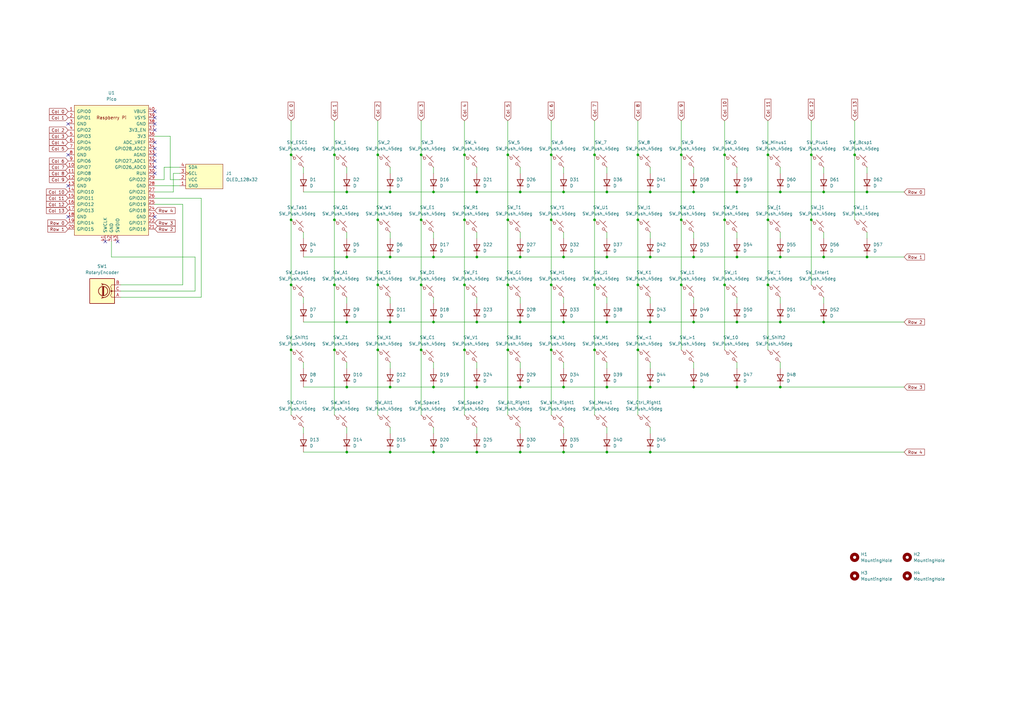
<source format=kicad_sch>
(kicad_sch (version 20241209) (generator "eeschema") (generator_version "8.99")
  (paper "A3")
  (title_block (title "Low Profile Keyboard") (date "2025-02-11") (rev "1") (company "Lukáš Nagy"))
  (lib_symbols
    (symbol "Device:D" (pin_numbers (hide yes)) (pin_names (offset 1.016) (hide yes))
      (property "Reference" "D" (at 0 2.54 0))
      (property "Value" "D" (at 0 -2.54 0))
      (symbol "D_1_1"
        (pin passive line (at -3.81 0 0) (length 2.54) (name "K") (number "1"))
        (pin passive line (at 3.81 0 180) (length 2.54) (name "A") (number "2"))
      )
    )
    (symbol "Device:RotaryEncoder" (pin_names (offset 0.254) (hide yes))
      (property "Reference" "SW" (at 0 6.604 0))
      (property "Value" "RotaryEncoder" (at 0 -6.604 0))
      (symbol "RotaryEncoder_1_1"
        (pin passive line (at -7.62 2.54 0) (length 2.54) (name "A") (number "A"))
        (pin passive line (at -7.62 0 0) (length 2.54) (name "C") (number "C"))
        (pin passive line (at -7.62 -2.54 0) (length 2.54) (name "B") (number "B"))
      )
    )
    (symbol "MCU_RaspberryPi_and_Boards:Pico" (pin_names (offset 1.016))
      (property "Reference" "U" (at -13.97 27.94 0))
      (property "Value" "Pico" (at 0 19.05 0))
      (symbol "Pico_0_0"
        (text "Raspberry Pi" (at 0 21.59 0) (effects (font (size 1.27 1.27))))
      )
      (symbol "Pico_1_1"
        (pin bidirectional line (at -17.78 24.13 0) (length 2.54) (name "GPIO0") (number "1"))
        (pin bidirectional line (at -17.78 21.59 0) (length 2.54) (name "GPIO1") (number "2"))
        (pin power_in line (at -17.78 19.05 0) (length 2.54) (name "GND") (number "3"))
        (pin bidirectional line (at -17.78 16.51 0) (length 2.54) (name "GPIO2") (number "4"))
        (pin bidirectional line (at -17.78 13.97 0) (length 2.54) (name "GPIO3") (number "5"))
        (pin bidirectional line (at -17.78 11.43 0) (length 2.54) (name "GPIO4") (number "6"))
        (pin bidirectional line (at -17.78 8.89 0) (length 2.54) (name "GPIO5") (number "7"))
        (pin power_in line (at -17.78 6.35 0) (length 2.54) (name "GND") (number "8"))
        (pin bidirectional line (at -17.78 3.81 0) (length 2.54) (name "GPIO6") (number "9"))
        (pin bidirectional line (at -17.78 1.27 0) (length 2.54) (name "GPIO7") (number "10"))
        (pin bidirectional line (at -17.78 -1.27 0) (length 2.54) (name "GPIO8") (number "11"))
        (pin bidirectional line (at -17.78 -3.81 0) (length 2.54) (name "GPIO9") (number "12"))
        (pin power_in line (at -17.78 -6.35 0) (length 2.54) (name "GND") (number "13"))
        (pin bidirectional line (at -17.78 -8.89 0) (length 2.54) (name "GPIO10") (number "14"))
        (pin bidirectional line (at -17.78 -11.43 0) (length 2.54) (name "GPIO11") (number "15"))
        (pin bidirectional line (at -17.78 -13.97 0) (length 2.54) (name "GPIO12") (number "16"))
        (pin bidirectional line (at -17.78 -16.51 0) (length 2.54) (name "GPIO13") (number "17"))
        (pin power_in line (at -17.78 -19.05 0) (length 2.54) (name "GND") (number "18"))
        (pin bidirectional line (at -17.78 -21.59 0) (length 2.54) (name "GPIO14") (number "19"))
        (pin bidirectional line (at -17.78 -24.13 0) (length 2.54) (name "GPIO15") (number "20"))
        (pin input line (at -2.54 -29.21 90) (length 2.54) (name "SWCLK") (number "41"))
        (pin power_in line (at 0 -29.21 90) (length 2.54) (name "GND") (number "42"))
        (pin bidirectional line (at 2.54 -29.21 90) (length 2.54) (name "SWDIO") (number "43"))
        (pin unspecified line (at 17.78 24.13 180) (length 2.54) (name "VBUS") (number "40"))
        (pin unspecified line (at 17.78 21.59 180) (length 2.54) (name "VSYS") (number "39"))
        (pin bidirectional line (at 17.78 19.05 180) (length 2.54) (name "GND") (number "38"))
        (pin input line (at 17.78 16.51 180) (length 2.54) (name "3V3_EN") (number "37"))
        (pin unspecified line (at 17.78 13.97 180) (length 2.54) (name "3V3") (number "36"))
        (pin unspecified line (at 17.78 11.43 180) (length 2.54) (name "ADC_VREF") (number "35"))
        (pin bidirectional line (at 17.78 8.89 180) (length 2.54) (name "GPIO28_ADC2") (number "34"))
        (pin power_in line (at 17.78 6.35 180) (length 2.54) (name "AGND") (number "33"))
        (pin bidirectional line (at 17.78 3.81 180) (length 2.54) (name "GPIO27_ADC1") (number "32"))
        (pin bidirectional line (at 17.78 1.27 180) (length 2.54) (name "GPIO26_ADC0") (number "31"))
        (pin input line (at 17.78 -1.27 180) (length 2.54) (name "RUN") (number "30"))
        (pin bidirectional line (at 17.78 -3.81 180) (length 2.54) (name "GPIO22") (number "29"))
        (pin power_in line (at 17.78 -6.35 180) (length 2.54) (name "GND") (number "28"))
        (pin bidirectional line (at 17.78 -8.89 180) (length 2.54) (name "GPIO21") (number "27"))
        (pin bidirectional line (at 17.78 -11.43 180) (length 2.54) (name "GPIO20") (number "26"))
        (pin bidirectional line (at 17.78 -13.97 180) (length 2.54) (name "GPIO19") (number "25"))
        (pin bidirectional line (at 17.78 -16.51 180) (length 2.54) (name "GPIO18") (number "24"))
        (pin power_in line (at 17.78 -19.05 180) (length 2.54) (name "GND") (number "23"))
        (pin bidirectional line (at 17.78 -21.59 180) (length 2.54) (name "GPIO17") (number "22"))
        (pin bidirectional line (at 17.78 -24.13 180) (length 2.54) (name "GPIO16") (number "21"))
      )
    )
    (symbol "Mechanical:MountingHole" (pin_names (offset 1.016)) (exclude_from_sim yes) (in_bom no)
      (property "Reference" "H" (at 0 5.08 0))
      (property "Value" "MountingHole" (at 0 3.175 0))
    )
    (symbol "ScottoKeebs:OLED_128x32" (pin_names (offset 1.016))
      (property "Reference" "J" (at 0 -6.35 0))
      (property "Value" "OLED_128x32" (at 0 6.35 0))
      (symbol "OLED_128x32_1_1"
        (pin bidirectional line (at -2.54 3.81 0) (length 2.54) (name "SDA") (number "4"))
        (pin input clock (at -2.54 1.27 0) (length 2.54) (name "SCL") (number "3"))
        (pin power_in line (at -2.54 -1.27 0) (length 2.54) (name "VCC") (number "2"))
        (pin power_in line (at -2.54 -3.81 0) (length 2.54) (name "GND") (number "1"))
      )
    )
    (symbol "Switch:SW_Push_45deg" (pin_numbers (hide yes)) (pin_names (offset 1.016) (hide yes))
      (property "Reference" "SW" (at 3.048 1.016 0))
      (property "Value" "SW_Push_45deg" (at 0 -3.81 0))
      (symbol "SW_Push_45deg_0_1"
        (pin passive line (at -2.54 2.54 0) (length 0) (name "1") (number "1"))
        (pin passive line (at 2.54 -2.54 180) (length 0) (name "2") (number "2"))
      )
    )
  )
  (junction (at 195.58 185.42))
  (junction (at 248.92 78.74))
  (junction (at 332.74 90.17))
  (junction (at 302.26 158.75))
  (junction (at 279.4 116.84))
  (junction (at 142.24 158.75))
  (junction (at 284.48 158.75))
  (junction (at 231.14 78.74))
  (junction (at 231.14 105.41))
  (junction (at 243.84 90.17))
  (junction (at 160.02 132.08))
  (junction (at 137.16 116.84))
  (junction (at 226.06 143.51))
  (junction (at 195.58 105.41))
  (junction (at 302.26 105.41))
  (junction (at 177.8 132.08))
  (junction (at 142.24 185.42))
  (junction (at 177.8 158.75))
  (junction (at 137.16 90.17))
  (junction (at 177.8 185.42))
  (junction (at 213.36 132.08))
  (junction (at 261.62 90.17))
  (junction (at 279.4 90.17))
  (junction (at 213.36 158.75))
  (junction (at 261.62 116.84))
  (junction (at 231.14 185.42))
  (junction (at 154.94 143.51))
  (junction (at 154.94 116.84))
  (junction (at 142.24 105.41))
  (junction (at 266.7 105.41))
  (junction (at 160.02 185.42))
  (junction (at 297.18 90.17))
  (junction (at 172.72 63.5))
  (junction (at 172.72 90.17))
  (junction (at 320.04 78.74))
  (junction (at 231.14 132.08))
  (junction (at 172.72 116.84))
  (junction (at 142.24 132.08))
  (junction (at 213.36 105.41))
  (junction (at 177.8 105.41))
  (junction (at 137.16 63.5))
  (junction (at 302.26 132.08))
  (junction (at 208.28 143.51))
  (junction (at 266.7 185.42))
  (junction (at 261.62 143.51))
  (junction (at 160.02 78.74))
  (junction (at 248.92 185.42))
  (junction (at 314.96 116.84))
  (junction (at 243.84 63.5))
  (junction (at 332.74 63.5))
  (junction (at 208.28 90.17))
  (junction (at 213.36 185.42))
  (junction (at 160.02 158.75))
  (junction (at 279.4 63.5))
  (junction (at 195.58 78.74))
  (junction (at 119.38 90.17))
  (junction (at 355.6 78.74))
  (junction (at 314.96 90.17))
  (junction (at 284.48 132.08))
  (junction (at 226.06 116.84))
  (junction (at 297.18 63.5))
  (junction (at 302.26 78.74))
  (junction (at 231.14 158.75))
  (junction (at 142.24 78.74))
  (junction (at 314.96 63.5))
  (junction (at 226.06 90.17))
  (junction (at 208.28 63.5))
  (junction (at 337.82 132.08))
  (junction (at 160.02 105.41))
  (junction (at 190.5 63.5))
  (junction (at 195.58 158.75))
  (junction (at 177.8 78.74))
  (junction (at 119.38 143.51))
  (junction (at 284.48 78.74))
  (junction (at 172.72 143.51))
  (junction (at 337.82 78.74))
  (junction (at 208.28 116.84))
  (junction (at 266.7 158.75))
  (junction (at 261.62 63.5))
  (junction (at 154.94 63.5))
  (junction (at 119.38 63.5))
  (junction (at 266.7 78.74))
  (junction (at 190.5 90.17))
  (junction (at 337.82 105.41))
  (junction (at 320.04 158.75))
  (junction (at 320.04 132.08))
  (junction (at 248.92 132.08))
  (junction (at 195.58 132.08))
  (junction (at 266.7 132.08))
  (junction (at 350.52 63.5))
  (junction (at 226.06 63.5))
  (junction (at 190.5 143.51))
  (junction (at 213.36 78.74))
  (junction (at 243.84 116.84))
  (junction (at 119.38 116.84))
  (junction (at 137.16 143.51))
  (junction (at 248.92 105.41))
  (junction (at 284.48 105.41))
  (junction (at 320.04 105.41))
  (junction (at 190.5 116.84))
  (junction (at 248.92 158.75))
  (junction (at 355.6 105.41))
  (junction (at 154.94 90.17))
  (junction (at 297.18 116.84))
  (junction (at 243.84 143.51))
  (no_connect (at 63.5 48.26))
  (no_connect (at 63.5 60.96))
  (no_connect (at 43.18 99.06))
  (no_connect (at 63.5 50.8))
  (no_connect (at 63.5 45.72))
  (no_connect (at 63.5 63.5))
  (no_connect (at 63.5 58.42))
  (no_connect (at 63.5 71.12))
  (no_connect (at 27.94 63.5))
  (no_connect (at 27.94 88.9))
  (no_connect (at 27.94 76.2))
  (no_connect (at 27.94 50.8))
  (no_connect (at 63.5 53.34))
  (no_connect (at 63.5 88.9))
  (no_connect (at 63.5 66.04))
  (no_connect (at 63.5 68.58))
  (no_connect (at 48.26 99.06))
  (wire (pts (xy 82.55 121.92) (xy 82.55 81.28)))
  (wire (pts (xy 332.74 49.53) (xy 332.74 63.5)))
  (wire (pts (xy 284.48 148.59) (xy 284.48 151.13)))
  (wire (pts (xy 172.72 90.17) (xy 172.72 116.84)))
  (wire (pts (xy 314.96 90.17) (xy 314.96 116.84)))
  (wire (pts (xy 248.92 105.41) (xy 266.7 105.41)))
  (wire (pts (xy 177.8 95.25) (xy 177.8 97.79)))
  (wire (pts (xy 82.55 81.28) (xy 63.5 81.28)))
  (wire (pts (xy 261.62 116.84) (xy 261.62 143.51)))
  (wire (pts (xy 190.5 116.84) (xy 190.5 143.51)))
  (wire (pts (xy 190.5 49.53) (xy 190.5 63.5)))
  (wire (pts (xy 63.5 76.2) (xy 73.66 76.2)))
  (wire (pts (xy 154.94 63.5) (xy 154.94 90.17)))
  (wire (pts (xy 297.18 49.53) (xy 297.18 63.5)))
  (wire (pts (xy 248.92 175.26) (xy 248.92 177.8)))
  (wire (pts (xy 69.85 73.66) (xy 73.66 73.66)))
  (wire (pts (xy 243.84 90.17) (xy 243.84 116.84)))
  (wire (pts (xy 190.5 143.51) (xy 190.5 170.18)))
  (wire (pts (xy 154.94 49.53) (xy 154.94 63.5)))
  (wire (pts (xy 284.48 78.74) (xy 302.26 78.74)))
  (wire (pts (xy 261.62 90.17) (xy 261.62 116.84)))
  (wire (pts (xy 243.84 63.5) (xy 243.84 90.17)))
  (wire (pts (xy 195.58 121.92) (xy 195.58 124.46)))
  (wire (pts (xy 160.02 95.25) (xy 160.02 97.79)))
  (wire (pts (xy 195.58 185.42) (xy 213.36 185.42)))
  (wire (pts (xy 119.38 63.5) (xy 119.38 90.17)))
  (wire (pts (xy 248.92 185.42) (xy 266.7 185.42)))
  (wire (pts (xy 69.85 55.88) (xy 69.85 73.66)))
  (wire (pts (xy 284.48 95.25) (xy 284.48 97.79)))
  (wire (pts (xy 279.4 49.53) (xy 279.4 63.5)))
  (wire (pts (xy 231.14 95.25) (xy 231.14 97.79)))
  (wire (pts (xy 160.02 158.75) (xy 177.8 158.75)))
  (wire (pts (xy 154.94 143.51) (xy 154.94 170.18)))
  (wire (pts (xy 337.82 78.74) (xy 355.6 78.74)))
  (wire (pts (xy 314.96 63.5) (xy 314.96 90.17)))
  (wire (pts (xy 49.53 121.92) (xy 82.55 121.92)))
  (wire (pts (xy 261.62 49.53) (xy 261.62 63.5)))
  (wire (pts (xy 231.14 121.92) (xy 231.14 124.46)))
  (wire (pts (xy 177.8 185.42) (xy 195.58 185.42)))
  (wire (pts (xy 195.58 105.41) (xy 213.36 105.41)))
  (wire (pts (xy 67.31 73.66) (xy 67.31 68.58)))
  (wire (pts (xy 142.24 78.74) (xy 160.02 78.74)))
  (wire (pts (xy 302.26 95.25) (xy 302.26 97.79)))
  (wire (pts (xy 67.31 68.58) (xy 73.66 68.58)))
  (wire (pts (xy 160.02 132.08) (xy 177.8 132.08)))
  (wire (pts (xy 231.14 158.75) (xy 248.92 158.75)))
  (wire (pts (xy 71.12 78.74) (xy 71.12 71.12)))
  (wire (pts (xy 195.58 95.25) (xy 195.58 97.79)))
  (wire (pts (xy 213.36 105.41) (xy 231.14 105.41)))
  (wire (pts (xy 248.92 158.75) (xy 266.7 158.75)))
  (wire (pts (xy 177.8 148.59) (xy 177.8 151.13)))
  (wire (pts (xy 49.53 116.84) (xy 74.93 116.84)))
  (wire (pts (xy 266.7 158.75) (xy 284.48 158.75)))
  (wire (pts (xy 142.24 175.26) (xy 142.24 177.8)))
  (wire (pts (xy 297.18 116.84) (xy 297.18 143.51)))
  (wire (pts (xy 142.24 95.25) (xy 142.24 97.79)))
  (wire (pts (xy 160.02 175.26) (xy 160.02 177.8)))
  (wire (pts (xy 266.7 105.41) (xy 284.48 105.41)))
  (wire (pts (xy 332.74 90.17) (xy 332.74 116.84)))
  (wire (pts (xy 172.72 63.5) (xy 172.72 90.17)))
  (wire (pts (xy 74.93 83.82) (xy 63.5 83.82)))
  (wire (pts (xy 355.6 68.58) (xy 355.6 71.12)))
  (wire (pts (xy 266.7 68.58) (xy 266.7 71.12)))
  (wire (pts (xy 266.7 185.42) (xy 370.84 185.42)))
  (wire (pts (xy 266.7 121.92) (xy 266.7 124.46)))
  (wire (pts (xy 137.16 143.51) (xy 137.16 170.18)))
  (wire (pts (xy 213.36 132.08) (xy 231.14 132.08)))
  (wire (pts (xy 213.36 78.74) (xy 231.14 78.74)))
  (wire (pts (xy 231.14 148.59) (xy 231.14 151.13)))
  (wire (pts (xy 208.28 143.51) (xy 208.28 170.18)))
  (wire (pts (xy 261.62 143.51) (xy 261.62 170.18)))
  (wire (pts (xy 302.26 105.41) (xy 320.04 105.41)))
  (wire (pts (xy 160.02 78.74) (xy 177.8 78.74)))
  (wire (pts (xy 320.04 121.92) (xy 320.04 124.46)))
  (wire (pts (xy 119.38 143.51) (xy 119.38 170.18)))
  (wire (pts (xy 337.82 95.25) (xy 337.82 97.79)))
  (wire (pts (xy 248.92 132.08) (xy 266.7 132.08)))
  (wire (pts (xy 314.96 116.84) (xy 314.96 143.51)))
  (wire (pts (xy 172.72 116.84) (xy 172.72 143.51)))
  (wire (pts (xy 320.04 132.08) (xy 337.82 132.08)))
  (wire (pts (xy 142.24 68.58) (xy 142.24 71.12)))
  (wire (pts (xy 124.46 121.92) (xy 124.46 124.46)))
  (wire (pts (xy 124.46 78.74) (xy 142.24 78.74)))
  (wire (pts (xy 302.26 132.08) (xy 320.04 132.08)))
  (wire (pts (xy 266.7 175.26) (xy 266.7 177.8)))
  (wire (pts (xy 213.36 148.59) (xy 213.36 151.13)))
  (wire (pts (xy 231.14 175.26) (xy 231.14 177.8)))
  (wire (pts (xy 63.5 78.74) (xy 71.12 78.74)))
  (wire (pts (xy 279.4 90.17) (xy 279.4 116.84)))
  (wire (pts (xy 243.84 143.51) (xy 243.84 170.18)))
  (wire (pts (xy 160.02 185.42) (xy 177.8 185.42)))
  (wire (pts (xy 350.52 49.53) (xy 350.52 63.5)))
  (wire (pts (xy 350.52 63.5) (xy 350.52 90.17)))
  (wire (pts (xy 142.24 105.41) (xy 160.02 105.41)))
  (wire (pts (xy 314.96 49.53) (xy 314.96 63.5)))
  (wire (pts (xy 177.8 68.58) (xy 177.8 71.12)))
  (wire (pts (xy 231.14 78.74) (xy 248.92 78.74)))
  (wire (pts (xy 231.14 105.41) (xy 248.92 105.41)))
  (wire (pts (xy 208.28 63.5) (xy 208.28 90.17)))
  (wire (pts (xy 124.46 132.08) (xy 142.24 132.08)))
  (wire (pts (xy 124.46 68.58) (xy 124.46 71.12)))
  (wire (pts (xy 160.02 105.41) (xy 177.8 105.41)))
  (wire (pts (xy 337.82 105.41) (xy 355.6 105.41)))
  (wire (pts (xy 172.72 49.53) (xy 172.72 63.5)))
  (wire (pts (xy 248.92 68.58) (xy 248.92 71.12)))
  (wire (pts (xy 302.26 78.74) (xy 320.04 78.74)))
  (wire (pts (xy 297.18 63.5) (xy 297.18 90.17)))
  (wire (pts (xy 248.92 148.59) (xy 248.92 151.13)))
  (wire (pts (xy 137.16 49.53) (xy 137.16 63.5)))
  (wire (pts (xy 213.36 121.92) (xy 213.36 124.46)))
  (wire (pts (xy 74.93 116.84) (xy 74.93 83.82)))
  (wire (pts (xy 226.06 143.51) (xy 226.06 170.18)))
  (wire (pts (xy 71.12 71.12) (xy 73.66 71.12)))
  (wire (pts (xy 302.26 148.59) (xy 302.26 151.13)))
  (wire (pts (xy 154.94 116.84) (xy 154.94 143.51)))
  (wire (pts (xy 177.8 105.41) (xy 195.58 105.41)))
  (wire (pts (xy 261.62 63.5) (xy 261.62 90.17)))
  (wire (pts (xy 320.04 68.58) (xy 320.04 71.12)))
  (wire (pts (xy 160.02 68.58) (xy 160.02 71.12)))
  (wire (pts (xy 177.8 158.75) (xy 195.58 158.75)))
  (wire (pts (xy 284.48 68.58) (xy 284.48 71.12)))
  (wire (pts (xy 266.7 78.74) (xy 284.48 78.74)))
  (wire (pts (xy 226.06 49.53) (xy 226.06 63.5)))
  (wire (pts (xy 320.04 95.25) (xy 320.04 97.79)))
  (wire (pts (xy 67.31 73.66) (xy 63.5 73.66)))
  (wire (pts (xy 213.36 95.25) (xy 213.36 97.79)))
  (wire (pts (xy 355.6 105.41) (xy 370.84 105.41)))
  (wire (pts (xy 80.01 105.41) (xy 45.72 105.41)))
  (wire (pts (xy 177.8 132.08) (xy 195.58 132.08)))
  (wire (pts (xy 195.58 68.58) (xy 195.58 71.12)))
  (wire (pts (xy 231.14 68.58) (xy 231.14 71.12)))
  (wire (pts (xy 337.82 132.08) (xy 370.84 132.08)))
  (wire (pts (xy 266.7 148.59) (xy 266.7 151.13)))
  (wire (pts (xy 45.72 105.41) (xy 45.72 99.06)))
  (wire (pts (xy 195.58 78.74) (xy 213.36 78.74)))
  (wire (pts (xy 80.01 119.38) (xy 80.01 105.41)))
  (wire (pts (xy 160.02 121.92) (xy 160.02 124.46)))
  (wire (pts (xy 213.36 185.42) (xy 231.14 185.42)))
  (wire (pts (xy 119.38 90.17) (xy 119.38 116.84)))
  (wire (pts (xy 302.26 121.92) (xy 302.26 124.46)))
  (wire (pts (xy 137.16 90.17) (xy 137.16 116.84)))
  (wire (pts (xy 142.24 121.92) (xy 142.24 124.46)))
  (wire (pts (xy 284.48 132.08) (xy 302.26 132.08)))
  (wire (pts (xy 177.8 78.74) (xy 195.58 78.74)))
  (wire (pts (xy 337.82 68.58) (xy 337.82 71.12)))
  (wire (pts (xy 142.24 158.75) (xy 160.02 158.75)))
  (wire (pts (xy 266.7 95.25) (xy 266.7 97.79)))
  (wire (pts (xy 195.58 148.59) (xy 195.58 151.13)))
  (wire (pts (xy 208.28 116.84) (xy 208.28 143.51)))
  (wire (pts (xy 231.14 132.08) (xy 248.92 132.08)))
  (wire (pts (xy 195.58 132.08) (xy 213.36 132.08)))
  (wire (pts (xy 124.46 158.75) (xy 142.24 158.75)))
  (wire (pts (xy 226.06 63.5) (xy 226.06 90.17)))
  (wire (pts (xy 248.92 95.25) (xy 248.92 97.79)))
  (wire (pts (xy 243.84 116.84) (xy 243.84 143.51)))
  (wire (pts (xy 302.26 158.75) (xy 320.04 158.75)))
  (wire (pts (xy 119.38 116.84) (xy 119.38 143.51)))
  (wire (pts (xy 124.46 95.25) (xy 124.46 97.79)))
  (wire (pts (xy 190.5 63.5) (xy 190.5 90.17)))
  (wire (pts (xy 226.06 116.84) (xy 226.06 143.51)))
  (wire (pts (xy 63.5 55.88) (xy 69.85 55.88)))
  (wire (pts (xy 302.26 68.58) (xy 302.26 71.12)))
  (wire (pts (xy 49.53 119.38) (xy 80.01 119.38)))
  (wire (pts (xy 213.36 175.26) (xy 213.36 177.8)))
  (wire (pts (xy 172.72 143.51) (xy 172.72 170.18)))
  (wire (pts (xy 279.4 63.5) (xy 279.4 90.17)))
  (wire (pts (xy 320.04 78.74) (xy 337.82 78.74)))
  (wire (pts (xy 243.84 49.53) (xy 243.84 63.5)))
  (wire (pts (xy 284.48 158.75) (xy 302.26 158.75)))
  (wire (pts (xy 195.58 158.75) (xy 213.36 158.75)))
  (wire (pts (xy 231.14 185.42) (xy 248.92 185.42)))
  (wire (pts (xy 177.8 175.26) (xy 177.8 177.8)))
  (wire (pts (xy 142.24 148.59) (xy 142.24 151.13)))
  (wire (pts (xy 355.6 95.25) (xy 355.6 97.79)))
  (wire (pts (xy 208.28 49.53) (xy 208.28 63.5)))
  (wire (pts (xy 213.36 158.75) (xy 231.14 158.75)))
  (wire (pts (xy 226.06 90.17) (xy 226.06 116.84)))
  (wire (pts (xy 320.04 158.75) (xy 370.84 158.75)))
  (wire (pts (xy 320.04 148.59) (xy 320.04 151.13)))
  (wire (pts (xy 124.46 175.26) (xy 124.46 177.8)))
  (wire (pts (xy 297.18 90.17) (xy 297.18 116.84)))
  (wire (pts (xy 142.24 185.42) (xy 160.02 185.42)))
  (wire (pts (xy 124.46 105.41) (xy 142.24 105.41)))
  (wire (pts (xy 160.02 148.59) (xy 160.02 151.13)))
  (wire (pts (xy 177.8 121.92) (xy 177.8 124.46)))
  (wire (pts (xy 284.48 121.92) (xy 284.48 124.46)))
  (wire (pts (xy 124.46 185.42) (xy 142.24 185.42)))
  (wire (pts (xy 279.4 116.84) (xy 279.4 143.51)))
  (wire (pts (xy 119.38 49.53) (xy 119.38 63.5)))
  (wire (pts (xy 208.28 90.17) (xy 208.28 116.84)))
  (wire (pts (xy 137.16 116.84) (xy 137.16 143.51)))
  (wire (pts (xy 124.46 148.59) (xy 124.46 151.13)))
  (wire (pts (xy 284.48 105.41) (xy 302.26 105.41)))
  (wire (pts (xy 154.94 90.17) (xy 154.94 116.84)))
  (wire (pts (xy 248.92 78.74) (xy 266.7 78.74)))
  (wire (pts (xy 320.04 105.41) (xy 337.82 105.41)))
  (wire (pts (xy 190.5 90.17) (xy 190.5 116.84)))
  (wire (pts (xy 137.16 63.5) (xy 137.16 90.17)))
  (wire (pts (xy 355.6 78.74) (xy 370.84 78.74)))
  (wire (pts (xy 142.24 132.08) (xy 160.02 132.08)))
  (wire (pts (xy 195.58 175.26) (xy 195.58 177.8)))
  (wire (pts (xy 337.82 121.92) (xy 337.82 124.46)))
  (wire (pts (xy 332.74 63.5) (xy 332.74 90.17)))
  (wire (pts (xy 266.7 132.08) (xy 284.48 132.08)))
  (wire (pts (xy 213.36 68.58) (xy 213.36 71.12)))
  (wire (pts (xy 248.92 121.92) (xy 248.92 124.46)))
  (global_label "Col 1" (shape input) (at 27.94 48.26 180) (property "Intersheetrefs" "${INTERSHEET_REFS}" (effects (hide yes))))
  (global_label "Col 2" (shape input) (at 154.94 49.53 90) (property "Intersheetrefs" "${INTERSHEET_REFS}" (effects (hide yes))))
  (global_label "Col 7" (shape input) (at 243.84 49.53 90) (property "Intersheetrefs" "${INTERSHEET_REFS}" (effects (hide yes))))
  (global_label "Col 8" (shape input) (at 261.62 49.53 90) (property "Intersheetrefs" "${INTERSHEET_REFS}" (effects (hide yes))))
  (global_label "Row 4" (shape input) (at 63.5 86.36 0) (property "Intersheetrefs" "${INTERSHEET_REFS}" (effects (hide yes))))
  (global_label "Col 7" (shape input) (at 27.94 68.58 180) (property "Intersheetrefs" "${INTERSHEET_REFS}" (effects (hide yes))))
  (global_label "Col 12" (shape input) (at 332.74 49.53 90) (property "Intersheetrefs" "${INTERSHEET_REFS}" (effects (hide yes))))
  (global_label "Col 8" (shape input) (at 27.94 71.12 180) (property "Intersheetrefs" "${INTERSHEET_REFS}" (effects (hide yes))))
  (global_label "Row 0" (shape input) (at 27.94 91.44 180) (property "Intersheetrefs" "${INTERSHEET_REFS}" (effects (hide yes))))
  (global_label "Row 4" (shape input) (at 370.84 185.42 0) (property "Intersheetrefs" "${INTERSHEET_REFS}" (effects (hide yes))))
  (global_label "Row 3" (shape input) (at 370.84 158.75 0) (property "Intersheetrefs" "${INTERSHEET_REFS}" (effects (hide yes))))
  (global_label "Col 5" (shape input) (at 208.28 49.53 90) (property "Intersheetrefs" "${INTERSHEET_REFS}" (effects (hide yes))))
  (global_label "Col 9" (shape input) (at 27.94 73.66 180) (property "Intersheetrefs" "${INTERSHEET_REFS}" (effects (hide yes))))
  (global_label "Row 0" (shape input) (at 370.84 78.74 0) (property "Intersheetrefs" "${INTERSHEET_REFS}" (effects (hide yes))))
  (global_label "Col 13" (shape input) (at 350.52 49.53 90) (property "Intersheetrefs" "${INTERSHEET_REFS}" (effects (hide yes))))
  (global_label "Col 11" (shape input) (at 27.94 81.28 180) (property "Intersheetrefs" "${INTERSHEET_REFS}" (effects (hide yes))))
  (global_label "Row 3" (shape input) (at 63.5 91.44 0) (property "Intersheetrefs" "${INTERSHEET_REFS}" (effects (hide yes))))
  (global_label "Col 6" (shape input) (at 226.06 49.53 90) (property "Intersheetrefs" "${INTERSHEET_REFS}" (effects (hide yes))))
  (global_label "Row 1" (shape input) (at 370.84 105.41 0) (property "Intersheetrefs" "${INTERSHEET_REFS}" (effects (hide yes))))
  (global_label "Col 6" (shape input) (at 27.94 66.04 180) (property "Intersheetrefs" "${INTERSHEET_REFS}" (effects (hide yes))))
  (global_label "Col 3" (shape input) (at 172.72 49.53 90) (property "Intersheetrefs" "${INTERSHEET_REFS}" (effects (hide yes))))
  (global_label "Col 3" (shape input) (at 27.94 55.88 180) (property "Intersheetrefs" "${INTERSHEET_REFS}" (effects (hide yes))))
  (global_label "Col 13" (shape input) (at 27.94 86.36 180) (property "Intersheetrefs" "${INTERSHEET_REFS}" (effects (hide yes))))
  (global_label "Col 4" (shape input) (at 190.5 49.53 90) (property "Intersheetrefs" "${INTERSHEET_REFS}" (effects (hide yes))))
  (global_label "Col 0" (shape input) (at 27.94 45.72 180) (property "Intersheetrefs" "${INTERSHEET_REFS}" (effects (hide yes))))
  (global_label "Col 10" (shape input) (at 27.94 78.74 180) (property "Intersheetrefs" "${INTERSHEET_REFS}" (effects (hide yes))))
  (global_label "Col 5" (shape input) (at 27.94 60.96 180) (property "Intersheetrefs" "${INTERSHEET_REFS}" (effects (hide yes))))
  (global_label "Col 2" (shape input) (at 27.94 53.34 180) (property "Intersheetrefs" "${INTERSHEET_REFS}" (effects (hide yes))))
  (global_label "Row 2" (shape input) (at 370.84 132.08 0) (property "Intersheetrefs" "${INTERSHEET_REFS}" (effects (hide yes))))
  (global_label "Col 12" (shape input) (at 27.94 83.82 180) (property "Intersheetrefs" "${INTERSHEET_REFS}" (effects (hide yes))))
  (global_label "Row 2" (shape input) (at 63.5 93.98 0) (property "Intersheetrefs" "${INTERSHEET_REFS}" (effects (hide yes))))
  (global_label "Col 1" (shape input) (at 137.16 49.53 90) (property "Intersheetrefs" "${INTERSHEET_REFS}" (effects (hide yes))))
  (global_label "Row 1" (shape input) (at 27.94 93.98 180) (property "Intersheetrefs" "${INTERSHEET_REFS}" (effects (hide yes))))
  (global_label "Col 9" (shape input) (at 279.4 49.53 90) (property "Intersheetrefs" "${INTERSHEET_REFS}" (effects (hide yes))))
  (global_label "Col 11" (shape input) (at 314.96 49.53 90) (property "Intersheetrefs" "${INTERSHEET_REFS}" (effects (hide yes))))
  (global_label "Col 0" (shape input) (at 119.38 49.53 90) (property "Intersheetrefs" "${INTERSHEET_REFS}" (effects (hide yes))))
  (global_label "Col 4" (shape input) (at 27.94 58.42 180) (property "Intersheetrefs" "${INTERSHEET_REFS}" (effects (hide yes))))
  (global_label "Col 10" (shape input) (at 297.18 49.53 90) (property "Intersheetrefs" "${INTERSHEET_REFS}" (effects (hide yes))))
  (symbol (lib_id "Switch:SW_Push_45deg") (at 299.72 119.38 0) (unit 1)
    (property "Reference" "SW_:1" (at 299.72 111.76 0))
    (property "Value" "SW_Push_45deg" (at 299.72 114.3 0))
    (property "Footprint" "Button_Switch_Keyboard:SW_Cherry_MX_1.00u_PCB" (effects (hide yes)))
    (property "Description" "Push button switch, normally open, two pins, 45° tilted" (effects (hide yes)))
  )
  (symbol (lib_id "Switch:SW_Push_45deg") (at 281.94 119.38 0) (unit 1)
    (property "Reference" "SW_L1" (at 281.94 111.76 0))
    (property "Value" "SW_Push_45deg" (at 281.94 114.3 0))
    (property "Footprint" "Button_Switch_Keyboard:SW_Cherry_MX_1.00u_PCB" (effects (hide yes)))
    (property "Description" "Push button switch, normally open, two pins, 45° tilted" (effects (hide yes)))
  )
  (symbol (lib_id "Device:D") (at 231.14 181.61 90) (unit 1)
    (property "Reference" "D35" (at 233.68 180.3399 90) (effects (justify right)))
    (property "Value" "D" (at 233.68 182.8799 90) (effects (justify right)))
    (property "Footprint" "Diode_SMD:D_SOD-123" (effects (hide yes)))
    (property "Description" "Diode" (effects (hide yes)))
    (property "Sim.Device" "D" (effects (hide yes)))
    (property "Sim.Pins" "1=K 2=A" (effects (hide yes)))
  )
  (symbol (lib_id "Switch:SW_Push_45deg") (at 193.04 66.04 0) (unit 1)
    (property "Reference" "SW_4" (at 193.04 58.42 0))
    (property "Value" "SW_Push_45deg" (at 193.04 60.96 0))
    (property "Footprint" "Button_Switch_Keyboard:SW_Cherry_MX_1.00u_PCB" (effects (hide yes)))
    (property "Description" "Push button switch, normally open, two pins, 45° tilted" (effects (hide yes)))
  )
  (symbol (lib_id "Device:D") (at 142.24 101.6 90) (unit 1)
    (property "Reference" "D5" (at 144.78 100.3299 90) (effects (justify right)))
    (property "Value" "D" (at 144.78 102.8699 90) (effects (justify right)))
    (property "Footprint" "Diode_SMD:D_SOD-123" (effects (hide yes)))
    (property "Description" "Diode" (effects (hide yes)))
    (property "Sim.Device" "D" (effects (hide yes)))
    (property "Sim.Pins" "1=K 2=A" (effects (hide yes)))
  )
  (symbol (lib_id "Switch:SW_Push_45deg") (at 139.7 66.04 0) (unit 1)
    (property "Reference" "SW_1" (at 139.7 58.42 0))
    (property "Value" "SW_Push_45deg" (at 139.7 60.96 0))
    (property "Footprint" "Button_Switch_Keyboard:SW_Cherry_MX_1.00u_PCB" (effects (hide yes)))
    (property "Description" "Push button switch, normally open, two pins, 45° tilted" (effects (hide yes)))
  )
  (symbol (lib_id "Switch:SW_Push_45deg") (at 210.82 172.72 0) (unit 1)
    (property "Reference" "SW_Alt_Right1" (at 210.82 165.1 0))
    (property "Value" "SW_Push_45deg" (at 210.82 167.64 0))
    (property "Footprint" "Button_Switch_Keyboard:SW_Cherry_MX_1.75u_PCB" (effects (hide yes)))
    (property "Description" "Push button switch, normally open, two pins, 45° tilted" (effects (hide yes)))
  )
  (symbol (lib_id "Device:D") (at 266.7 128.27 90) (unit 1)
    (property "Reference" "D43" (at 269.24 126.9999 90) (effects (justify right)))
    (property "Value" "D" (at 269.24 129.5399 90) (effects (justify right)))
    (property "Footprint" "Diode_SMD:D_SOD-123" (effects (hide yes)))
    (property "Description" "Diode" (effects (hide yes)))
    (property "Sim.Device" "D" (effects (hide yes)))
    (property "Sim.Pins" "1=K 2=A" (effects (hide yes)))
  )
  (symbol (lib_id "Device:D") (at 195.58 128.27 90) (unit 1)
    (property "Reference" "D23" (at 198.12 126.9999 90) (effects (justify right)))
    (property "Value" "D" (at 198.12 129.5399 90) (effects (justify right)))
    (property "Footprint" "Diode_SMD:D_SOD-123" (effects (hide yes)))
    (property "Description" "Diode" (effects (hide yes)))
    (property "Sim.Device" "D" (effects (hide yes)))
    (property "Sim.Pins" "1=K 2=A" (effects (hide yes)))
  )
  (symbol (lib_id "Switch:SW_Push_45deg") (at 264.16 119.38 0) (unit 1)
    (property "Reference" "SW_K1" (at 264.16 111.76 0))
    (property "Value" "SW_Push_45deg" (at 264.16 114.3 0))
    (property "Footprint" "Button_Switch_Keyboard:SW_Cherry_MX_1.00u_PCB" (effects (hide yes)))
    (property "Description" "Push button switch, normally open, two pins, 45° tilted" (effects (hide yes)))
  )
  (symbol (lib_id "Switch:SW_Push_45deg") (at 281.94 92.71 0) (unit 1)
    (property "Reference" "SW_O1" (at 281.94 85.09 0))
    (property "Value" "SW_Push_45deg" (at 281.94 87.63 0))
    (property "Footprint" "Button_Switch_Keyboard:SW_Cherry_MX_1.00u_PCB" (effects (hide yes)))
    (property "Description" "Push button switch, normally open, two pins, 45° tilted" (effects (hide yes)))
  )
  (symbol (lib_id "Device:D") (at 231.14 74.93 90) (unit 1)
    (property "Reference" "D31" (at 233.68 73.6599 90) (effects (justify right)))
    (property "Value" "D" (at 233.68 76.1999 90) (effects (justify right)))
    (property "Footprint" "Diode_SMD:D_SOD-123" (effects (hide yes)))
    (property "Description" "Diode" (effects (hide yes)))
    (property "Sim.Device" "D" (effects (hide yes)))
    (property "Sim.Pins" "1=K 2=A" (effects (hide yes)))
  )
  (symbol (lib_id "MCU_RaspberryPi_and_Boards:Pico") (at 45.72 69.85 0) (unit 1)
    (property "Reference" "U1" (at 45.72 38.1 0))
    (property "Value" "Pico" (at 45.72 40.64 0))
    (property "Footprint" "Module:RaspberryPi_Pico_SMD" (effects (hide yes)))
  )
  (symbol (lib_id "ScottoKeebs:OLED_128x32") (at 76.2 72.39 0) (unit 1)
    (property "Reference" "J1" (at 92.71 71.1199 0) (effects (justify left)))
    (property "Value" "OLED_128x32" (at 92.71 73.6599 0) (effects (justify left)))
    (property "Footprint" "ScottoKeebs_Components:OLED_128x32" (effects (hide yes)))
  )
  (symbol (lib_id "Device:D") (at 213.36 74.93 90) (unit 1)
    (property "Reference" "D26" (at 215.9 73.6599 90) (effects (justify right)))
    (property "Value" "D" (at 215.9 76.1999 90) (effects (justify right)))
    (property "Footprint" "Diode_SMD:D_SOD-123" (effects (hide yes)))
    (property "Description" "Diode" (effects (hide yes)))
    (property "Sim.Device" "D" (effects (hide yes)))
    (property "Sim.Pins" "1=K 2=A" (effects (hide yes)))
  )
  (symbol (lib_id "Switch:SW_Push_45deg") (at 353.06 66.04 0) (unit 1)
    (property "Reference" "SW_Bcsp1" (at 353.06 58.42 0))
    (property "Value" "SW_Push_45deg" (at 353.06 60.96 0))
    (property "Footprint" "Button_Switch_Keyboard:SW_Cherry_MX_2.00u_PCB" (effects (hide yes)))
    (property "Description" "Push button switch, normally open, two pins, 45° tilted" (effects (hide yes)))
  )
  (symbol (lib_id "Device:D") (at 302.26 154.94 90) (unit 1)
    (property "Reference" "D47" (at 304.8 153.6699 90) (effects (justify right)))
    (property "Value" "D" (at 304.8 156.2099 90) (effects (justify right)))
    (property "Footprint" "Diode_SMD:D_SOD-123" (effects (hide yes)))
    (property "Description" "Diode" (effects (hide yes)))
    (property "Sim.Device" "D" (effects (hide yes)))
    (property "Sim.Pins" "1=K 2=A" (effects (hide yes)))
  )
  (symbol (lib_id "Switch:SW_Push_45deg") (at 121.92 119.38 0) (unit 1)
    (property "Reference" "SW_Caps1" (at 121.92 111.76 0))
    (property "Value" "SW_Push_45deg" (at 121.92 114.3 0))
    (property "Footprint" "Button_Switch_Keyboard:SW_Cherry_MX_1.75u_PCB" (effects (hide yes)))
    (property "Description" "Push button switch, normally open, two pins, 45° tilted" (effects (hide yes)))
  )
  (symbol (lib_id "Switch:SW_Push_45deg") (at 228.6 92.71 0) (unit 1)
    (property "Reference" "SW_Y1" (at 228.6 85.09 0))
    (property "Value" "SW_Push_45deg" (at 228.6 87.63 0))
    (property "Footprint" "Button_Switch_Keyboard:SW_Cherry_MX_1.00u_PCB" (effects (hide yes)))
    (property "Description" "Push button switch, normally open, two pins, 45° tilted" (effects (hide yes)))
  )
  (symbol (lib_id "Device:D") (at 284.48 128.27 90) (unit 1)
    (property "Reference" "D49" (at 287.02 126.9999 90) (effects (justify right)))
    (property "Value" "D" (at 287.02 129.5399 90) (effects (justify right)))
    (property "Footprint" "Diode_SMD:D_SOD-123" (effects (hide yes)))
    (property "Description" "Diode" (effects (hide yes)))
    (property "Sim.Device" "D" (effects (hide yes)))
    (property "Sim.Pins" "1=K 2=A" (effects (hide yes)))
  )
  (symbol (lib_id "Switch:SW_Push_45deg") (at 121.92 92.71 0) (unit 1)
    (property "Reference" "SW_Tab1" (at 121.92 85.09 0))
    (property "Value" "SW_Push_45deg" (at 121.92 87.63 0))
    (property "Footprint" "Button_Switch_Keyboard:SW_Cherry_MX_1.50u_PCB" (effects (hide yes)))
    (property "Description" "Push button switch, normally open, two pins, 45° tilted" (effects (hide yes)))
  )
  (symbol (lib_id "Device:D") (at 248.92 101.6 90) (unit 1)
    (property "Reference" "D37" (at 251.46 100.3299 90) (effects (justify right)))
    (property "Value" "D" (at 251.46 102.8699 90) (effects (justify right)))
    (property "Footprint" "Diode_SMD:D_SOD-123" (effects (hide yes)))
    (property "Description" "Diode" (effects (hide yes)))
    (property "Sim.Device" "D" (effects (hide yes)))
    (property "Sim.Pins" "1=K 2=A" (effects (hide yes)))
  )
  (symbol (lib_id "Switch:SW_Push_45deg") (at 175.26 66.04 0) (unit 1)
    (property "Reference" "SW_3" (at 175.26 58.42 0))
    (property "Value" "SW_Push_45deg" (at 175.26 60.96 0))
    (property "Footprint" "Button_Switch_Keyboard:SW_Cherry_MX_1.00u_PCB" (effects (hide yes)))
    (property "Description" "Push button switch, normally open, two pins, 45° tilted" (effects (hide yes)))
  )
  (symbol (lib_id "Device:D") (at 213.36 181.61 90) (unit 1)
    (property "Reference" "D30" (at 215.9 180.3399 90) (effects (justify right)))
    (property "Value" "D" (at 215.9 182.8799 90) (effects (justify right)))
    (property "Footprint" "Diode_SMD:D_SOD-123" (effects (hide yes)))
    (property "Description" "Diode" (effects (hide yes)))
    (property "Sim.Device" "D" (effects (hide yes)))
    (property "Sim.Pins" "1=K 2=A" (effects (hide yes)))
  )
  (symbol (lib_id "Switch:SW_Push_45deg") (at 228.6 66.04 0) (unit 1)
    (property "Reference" "SW_6" (at 228.6 58.42 0))
    (property "Value" "SW_Push_45deg" (at 228.6 60.96 0))
    (property "Footprint" "Button_Switch_Keyboard:SW_Cherry_MX_1.00u_PCB" (effects (hide yes)))
    (property "Description" "Push button switch, normally open, two pins, 45° tilted" (effects (hide yes)))
  )
  (symbol (lib_id "Device:D") (at 355.6 101.6 90) (unit 1)
    (property "Reference" "D57" (at 358.14 100.3299 90) (effects (justify right)))
    (property "Value" "D" (at 358.14 102.8699 90) (effects (justify right)))
    (property "Footprint" "Diode_SMD:D_SOD-123" (effects (hide yes)))
    (property "Description" "Diode" (effects (hide yes)))
    (property "Sim.Device" "D" (effects (hide yes)))
    (property "Sim.Pins" "1=K 2=A" (effects (hide yes)))
  )
  (symbol (lib_id "Switch:SW_Push_45deg") (at 228.6 172.72 0) (unit 1)
    (property "Reference" "SW_Win_Right1" (at 228.6 165.1 0))
    (property "Value" "SW_Push_45deg" (at 228.6 167.64 0))
    (property "Footprint" "Button_Switch_Keyboard:SW_Cherry_MX_1.50u_PCB" (effects (hide yes)))
    (property "Description" "Push button switch, normally open, two pins, 45° tilted" (effects (hide yes)))
  )
  (symbol (lib_id "Device:D") (at 355.6 74.93 90) (unit 1)
    (property "Reference" "D62" (at 358.14 73.6599 90) (effects (justify right)))
    (property "Value" "D" (at 358.14 76.1999 90) (effects (justify right)))
    (property "Footprint" "Diode_SMD:D_SOD-123" (effects (hide yes)))
    (property "Description" "Diode" (effects (hide yes)))
    (property "Sim.Device" "D" (effects (hide yes)))
    (property "Sim.Pins" "1=K 2=A" (effects (hide yes)))
  )
  (symbol (lib_id "Switch:SW_Push_45deg") (at 139.7 92.71 0) (unit 1)
    (property "Reference" "SW_Q1" (at 139.7 85.09 0))
    (property "Value" "SW_Push_45deg" (at 139.7 87.63 0))
    (property "Footprint" "Button_Switch_Keyboard:SW_Cherry_MX_1.00u_PCB" (effects (hide yes)))
    (property "Description" "Push button switch, normally open, two pins, 45° tilted" (effects (hide yes)))
  )
  (symbol (lib_id "Switch:SW_Push_45deg") (at 157.48 66.04 0) (unit 1)
    (property "Reference" "SW_2" (at 157.48 58.42 0))
    (property "Value" "SW_Push_45deg" (at 157.48 60.96 0))
    (property "Footprint" "Button_Switch_Keyboard:SW_Cherry_MX_1.00u_PCB" (effects (hide yes)))
    (property "Description" "Push button switch, normally open, two pins, 45° tilted" (effects (hide yes)))
  )
  (symbol (lib_id "Switch:SW_Push_45deg") (at 246.38 146.05 0) (unit 1)
    (property "Reference" "SW_M1" (at 246.38 138.43 0))
    (property "Value" "SW_Push_45deg" (at 246.38 140.97 0))
    (property "Footprint" "Button_Switch_Keyboard:SW_Cherry_MX_1.00u_PCB" (effects (hide yes)))
    (property "Description" "Push button switch, normally open, two pins, 45° tilted" (effects (hide yes)))
  )
  (symbol (lib_id "Device:D") (at 160.02 128.27 90) (unit 1)
    (property "Reference" "D11" (at 162.56 126.9999 90) (effects (justify right)))
    (property "Value" "D" (at 162.56 129.5399 90) (effects (justify right)))
    (property "Footprint" "Diode_SMD:D_SOD-123" (effects (hide yes)))
    (property "Description" "Diode" (effects (hide yes)))
    (property "Sim.Device" "D" (effects (hide yes)))
    (property "Sim.Pins" "1=K 2=A" (effects (hide yes)))
  )
  (symbol (lib_id "Switch:SW_Push_45deg") (at 264.16 92.71 0) (unit 1)
    (property "Reference" "SW_I1" (at 264.16 85.09 0))
    (property "Value" "SW_Push_45deg" (at 264.16 87.63 0))
    (property "Footprint" "Button_Switch_Keyboard:SW_Cherry_MX_1.00u_PCB" (effects (hide yes)))
    (property "Description" "Push button switch, normally open, two pins, 45° tilted" (effects (hide yes)))
  )
  (symbol (lib_id "Device:D") (at 160.02 101.6 90) (unit 1)
    (property "Reference" "D6" (at 162.56 100.3299 90) (effects (justify right)))
    (property "Value" "D" (at 162.56 102.8699 90) (effects (justify right)))
    (property "Footprint" "Diode_SMD:D_SOD-123" (effects (hide yes)))
    (property "Description" "Diode" (effects (hide yes)))
    (property "Sim.Device" "D" (effects (hide yes)))
    (property "Sim.Pins" "1=K 2=A" (effects (hide yes)))
  )
  (symbol (lib_id "Switch:SW_Push_45deg") (at 299.72 66.04 0) (unit 1)
    (property "Reference" "SW_0" (at 299.72 58.42 0))
    (property "Value" "SW_Push_45deg" (at 299.72 60.96 0))
    (property "Footprint" "Button_Switch_Keyboard:SW_Cherry_MX_1.00u_PCB" (effects (hide yes)))
    (property "Description" "Push button switch, normally open, two pins, 45° tilted" (effects (hide yes)))
  )
  (symbol (lib_id "Switch:SW_Push_45deg") (at 246.38 172.72 0) (unit 1)
    (property "Reference" "SW_Menu1" (at 246.38 165.1 0))
    (property "Value" "SW_Push_45deg" (at 246.38 167.64 0))
    (property "Footprint" "Button_Switch_Keyboard:SW_Cherry_MX_1.25u_PCB" (effects (hide yes)))
    (property "Description" "Push button switch, normally open, two pins, 45° tilted" (effects (hide yes)))
  )
  (symbol (lib_id "Switch:SW_Push_45deg") (at 210.82 66.04 0) (unit 1)
    (property "Reference" "SW_5" (at 210.82 58.42 0))
    (property "Value" "SW_Push_45deg" (at 210.82 60.96 0))
    (property "Footprint" "Button_Switch_Keyboard:SW_Cherry_MX_1.00u_PCB" (effects (hide yes)))
    (property "Description" "Push button switch, normally open, two pins, 45° tilted" (effects (hide yes)))
  )
  (symbol (lib_id "Device:D") (at 177.8 74.93 90) (unit 1)
    (property "Reference" "D16" (at 180.34 73.6599 90) (effects (justify right)))
    (property "Value" "D" (at 180.34 76.1999 90) (effects (justify right)))
    (property "Footprint" "Diode_SMD:D_SOD-123" (effects (hide yes)))
    (property "Description" "Diode" (effects (hide yes)))
    (property "Sim.Device" "D" (effects (hide yes)))
    (property "Sim.Pins" "1=K 2=A" (effects (hide yes)))
  )
  (symbol (lib_id "Device:D") (at 177.8 101.6 90) (unit 1)
    (property "Reference" "D17" (at 180.34 100.3299 90) (effects (justify right)))
    (property "Value" "D" (at 180.34 102.8699 90) (effects (justify right)))
    (property "Footprint" "Diode_SMD:D_SOD-123" (effects (hide yes)))
    (property "Description" "Diode" (effects (hide yes)))
    (property "Sim.Device" "D" (effects (hide yes)))
    (property "Sim.Pins" "1=K 2=A" (effects (hide yes)))
  )
  (symbol (lib_id "Switch:SW_Push_45deg") (at 157.48 172.72 0) (unit 1)
    (property "Reference" "SW_Alt1" (at 157.48 165.1 0))
    (property "Value" "SW_Push_45deg" (at 157.48 167.64 0))
    (property "Footprint" "Button_Switch_Keyboard:SW_Cherry_MX_1.25u_PCB" (effects (hide yes)))
    (property "Description" "Push button switch, normally open, two pins, 45° tilted" (effects (hide yes)))
  )
  (symbol (lib_id "Device:D") (at 231.14 128.27 90) (unit 1)
    (property "Reference" "D33" (at 233.68 126.9999 90) (effects (justify right)))
    (property "Value" "D" (at 233.68 129.5399 90) (effects (justify right)))
    (property "Footprint" "Diode_SMD:D_SOD-123" (effects (hide yes)))
    (property "Description" "Diode" (effects (hide yes)))
    (property "Sim.Device" "D" (effects (hide yes)))
    (property "Sim.Pins" "1=K 2=A" (effects (hide yes)))
  )
  (symbol (lib_id "Device:D") (at 320.04 154.94 90) (unit 1)
    (property "Reference" "D48" (at 322.58 153.6699 90) (effects (justify right)))
    (property "Value" "D" (at 322.58 156.2099 90) (effects (justify right)))
    (property "Footprint" "Diode_SMD:D_SOD-123" (effects (hide yes)))
    (property "Description" "Diode" (effects (hide yes)))
    (property "Sim.Device" "D" (effects (hide yes)))
    (property "Sim.Pins" "1=K 2=A" (effects (hide yes)))
  )
  (symbol (lib_id "Switch:SW_Push_45deg") (at 210.82 146.05 0) (unit 1)
    (property "Reference" "SW_B1" (at 210.82 138.43 0))
    (property "Value" "SW_Push_45deg" (at 210.82 140.97 0))
    (property "Footprint" "Button_Switch_Keyboard:SW_Cherry_MX_1.00u_PCB" (effects (hide yes)))
    (property "Description" "Push button switch, normally open, two pins, 45° tilted" (effects (hide yes)))
  )
  (symbol (lib_id "Switch:SW_Push_45deg") (at 175.26 172.72 0) (unit 1)
    (property "Reference" "SW_Space1" (at 175.26 165.1 0))
    (property "Value" "SW_Push_45deg" (at 175.26 167.64 0))
    (property "Footprint" "Button_Switch_Keyboard:SW_Cherry_MX_2.75u_PCB" (effects (hide yes)))
    (property "Description" "Push button switch, normally open, two pins, 45° tilted" (effects (hide yes)))
  )
  (symbol (lib_id "Switch:SW_Push_45deg") (at 157.48 92.71 0) (unit 1)
    (property "Reference" "SW_W1" (at 157.48 85.09 0))
    (property "Value" "SW_Push_45deg" (at 157.48 87.63 0))
    (property "Footprint" "Button_Switch_Keyboard:SW_Cherry_MX_1.00u_PCB" (effects (hide yes)))
    (property "Description" "Push button switch, normally open, two pins, 45° tilted" (effects (hide yes)))
  )
  (symbol (lib_id "Device:D") (at 213.36 101.6 90) (unit 1)
    (property "Reference" "D27" (at 215.9 100.3299 90) (effects (justify right)))
    (property "Value" "D" (at 215.9 102.8699 90) (effects (justify right)))
    (property "Footprint" "Diode_SMD:D_SOD-123" (effects (hide yes)))
    (property "Description" "Diode" (effects (hide yes)))
    (property "Sim.Device" "D" (effects (hide yes)))
    (property "Sim.Pins" "1=K 2=A" (effects (hide yes)))
  )
  (symbol (lib_id "Switch:SW_Push_45deg") (at 246.38 92.71 0) (unit 1)
    (property "Reference" "SW_U1" (at 246.38 85.09 0))
    (property "Value" "SW_Push_45deg" (at 246.38 87.63 0))
    (property "Footprint" "Button_Switch_Keyboard:SW_Cherry_MX_1.00u_PCB" (effects (hide yes)))
    (property "Description" "Push button switch, normally open, two pins, 45° tilted" (effects (hide yes)))
  )
  (symbol (lib_id "Switch:SW_Push_45deg") (at 193.04 146.05 0) (unit 1)
    (property "Reference" "SW_V1" (at 193.04 138.43 0))
    (property "Value" "SW_Push_45deg" (at 193.04 140.97 0))
    (property "Footprint" "Button_Switch_Keyboard:SW_Cherry_MX_1.00u_PCB" (effects (hide yes)))
    (property "Description" "Push button switch, normally open, two pins, 45° tilted" (effects (hide yes)))
  )
  (symbol (lib_id "Device:D") (at 231.14 101.6 90) (unit 1)
    (property "Reference" "D32" (at 233.68 100.3299 90) (effects (justify right)))
    (property "Value" "D" (at 233.68 102.8699 90) (effects (justify right)))
    (property "Footprint" "Diode_SMD:D_SOD-123" (effects (hide yes)))
    (property "Description" "Diode" (effects (hide yes)))
    (property "Sim.Device" "D" (effects (hide yes)))
    (property "Sim.Pins" "1=K 2=A" (effects (hide yes)))
  )
  (symbol (lib_id "Switch:SW_Push_45deg") (at 193.04 119.38 0) (unit 1)
    (property "Reference" "SW_F1" (at 193.04 111.76 0))
    (property "Value" "SW_Push_45deg" (at 193.04 114.3 0))
    (property "Footprint" "Button_Switch_Keyboard:SW_Cherry_MX_1.00u_PCB" (effects (hide yes)))
    (property "Description" "Push button switch, normally open, two pins, 45° tilted" (effects (hide yes)))
  )
  (symbol (lib_id "Switch:SW_Push_45deg") (at 299.72 146.05 0) (unit 1)
    (property "Reference" "SW_10" (at 299.72 138.43 0))
    (property "Value" "SW_Push_45deg" (at 299.72 140.97 0))
    (property "Footprint" "Button_Switch_Keyboard:SW_Cherry_MX_1.00u_PCB" (effects (hide yes)))
    (property "Description" "Push button switch, normally open, two pins, 45° tilted" (effects (hide yes)))
  )
  (symbol (lib_id "Switch:SW_Push_45deg") (at 281.94 66.04 0) (unit 1)
    (property "Reference" "SW_9" (at 281.94 58.42 0))
    (property "Value" "SW_Push_45deg" (at 281.94 60.96 0))
    (property "Footprint" "Button_Switch_Keyboard:SW_Cherry_MX_1.00u_PCB" (effects (hide yes)))
    (property "Description" "Push button switch, normally open, two pins, 45° tilted" (effects (hide yes)))
  )
  (symbol (lib_id "Device:D") (at 142.24 181.61 90) (unit 1)
    (property "Reference" "D14" (at 144.78 180.3399 90) (effects (justify right)))
    (property "Value" "D" (at 144.78 182.8799 90) (effects (justify right)))
    (property "Footprint" "Diode_SMD:D_SOD-123" (effects (hide yes)))
    (property "Description" "Diode" (effects (hide yes)))
    (property "Sim.Device" "D" (effects (hide yes)))
    (property "Sim.Pins" "1=K 2=A" (effects (hide yes)))
  )
  (symbol (lib_id "Device:D") (at 266.7 154.94 90) (unit 1)
    (property "Reference" "D44" (at 269.24 153.6699 90) (effects (justify right)))
    (property "Value" "D" (at 269.24 156.2099 90) (effects (justify right)))
    (property "Footprint" "Diode_SMD:D_SOD-123" (effects (hide yes)))
    (property "Description" "Diode" (effects (hide yes)))
    (property "Sim.Device" "D" (effects (hide yes)))
    (property "Sim.Pins" "1=K 2=A" (effects (hide yes)))
  )
  (symbol (lib_id "Device:D") (at 284.48 154.94 90) (unit 1)
    (property "Reference" "D46" (at 287.02 153.6699 90) (effects (justify right)))
    (property "Value" "D" (at 287.02 156.2099 90) (effects (justify right)))
    (property "Footprint" "Diode_SMD:D_SOD-123" (effects (hide yes)))
    (property "Description" "Diode" (effects (hide yes)))
    (property "Sim.Device" "D" (effects (hide yes)))
    (property "Sim.Pins" "1=K 2=A" (effects (hide yes)))
  )
  (symbol (lib_id "Device:D") (at 320.04 74.93 90) (unit 1)
    (property "Reference" "D60" (at 322.58 73.6599 90) (effects (justify right)))
    (property "Value" "D" (at 322.58 76.1999 90) (effects (justify right)))
    (property "Footprint" "Diode_SMD:D_SOD-123" (effects (hide yes)))
    (property "Description" "Diode" (effects (hide yes)))
    (property "Sim.Device" "D" (effects (hide yes)))
    (property "Sim.Pins" "1=K 2=A" (effects (hide yes)))
  )
  (symbol (lib_id "Device:D") (at 266.7 181.61 90) (unit 1)
    (property "Reference" "D45" (at 269.24 180.3399 90) (effects (justify right)))
    (property "Value" "D" (at 269.24 182.8799 90) (effects (justify right)))
    (property "Footprint" "Diode_SMD:D_SOD-123" (effects (hide yes)))
    (property "Description" "Diode" (effects (hide yes)))
    (property "Sim.Device" "D" (effects (hide yes)))
    (property "Sim.Pins" "1=K 2=A" (effects (hide yes)))
  )
  (symbol (lib_id "Device:D") (at 320.04 128.27 90) (unit 1)
    (property "Reference" "D51" (at 322.58 126.9999 90) (effects (justify right)))
    (property "Value" "D" (at 322.58 129.5399 90) (effects (justify right)))
    (property "Footprint" "Diode_SMD:D_SOD-123" (effects (hide yes)))
    (property "Description" "Diode" (effects (hide yes)))
    (property "Sim.Device" "D" (effects (hide yes)))
    (property "Sim.Pins" "1=K 2=A" (effects (hide yes)))
  )
  (symbol (lib_id "Switch:SW_Push_45deg") (at 264.16 146.05 0) (unit 1)
    (property "Reference" "SW_<1" (at 264.16 138.43 0))
    (property "Value" "SW_Push_45deg" (at 264.16 140.97 0))
    (property "Footprint" "Button_Switch_Keyboard:SW_Cherry_MX_1.00u_PCB" (effects (hide yes)))
    (property "Description" "Push button switch, normally open, two pins, 45° tilted" (effects (hide yes)))
  )
  (symbol (lib_id "Device:D") (at 284.48 74.93 90) (unit 1)
    (property "Reference" "D58" (at 287.02 73.6599 90) (effects (justify right)))
    (property "Value" "D" (at 287.02 76.1999 90) (effects (justify right)))
    (property "Footprint" "Diode_SMD:D_SOD-123" (effects (hide yes)))
    (property "Description" "Diode" (effects (hide yes)))
    (property "Sim.Device" "D" (effects (hide yes)))
    (property "Sim.Pins" "1=K 2=A" (effects (hide yes)))
  )
  (symbol (lib_id "Device:D") (at 302.26 74.93 90) (unit 1)
    (property "Reference" "D59" (at 304.8 73.6599 90) (effects (justify right)))
    (property "Value" "D" (at 304.8 76.1999 90) (effects (justify right)))
    (property "Footprint" "Diode_SMD:D_SOD-123" (effects (hide yes)))
    (property "Description" "Diode" (effects (hide yes)))
    (property "Sim.Device" "D" (effects (hide yes)))
    (property "Sim.Pins" "1=K 2=A" (effects (hide yes)))
  )
  (symbol (lib_id "Switch:SW_Push_45deg") (at 353.06 92.71 0) (unit 1)
    (property "Reference" "SW_|1" (at 353.06 85.09 0))
    (property "Value" "SW_Push_45deg" (at 353.06 87.63 0))
    (property "Footprint" "Button_Switch_Keyboard:SW_Cherry_MX_1.50u_PCB" (effects (hide yes)))
    (property "Description" "Push button switch, normally open, two pins, 45° tilted" (effects (hide yes)))
  )
  (symbol (lib_id "Device:D") (at 177.8 128.27 90) (unit 1)
    (property "Reference" "D18" (at 180.34 126.9999 90) (effects (justify right)))
    (property "Value" "D" (at 180.34 129.5399 90) (effects (justify right)))
    (property "Footprint" "Diode_SMD:D_SOD-123" (effects (hide yes)))
    (property "Description" "Diode" (effects (hide yes)))
    (property "Sim.Device" "D" (effects (hide yes)))
    (property "Sim.Pins" "1=K 2=A" (effects (hide yes)))
  )
  (symbol (lib_id "Device:D") (at 142.24 128.27 90) (unit 1)
    (property "Reference" "D9" (at 144.78 126.9999 90) (effects (justify right)))
    (property "Value" "D" (at 144.78 129.5399 90) (effects (justify right)))
    (property "Footprint" "Diode_SMD:D_SOD-123" (effects (hide yes)))
    (property "Description" "Diode" (effects (hide yes)))
    (property "Sim.Device" "D" (effects (hide yes)))
    (property "Sim.Pins" "1=K 2=A" (effects (hide yes)))
  )
  (symbol (lib_id "Switch:SW_Push_45deg") (at 335.28 92.71 0) (unit 1)
    (property "Reference" "SW_}1" (at 335.28 85.09 0))
    (property "Value" "SW_Push_45deg" (at 335.28 87.63 0))
    (property "Footprint" "Button_Switch_Keyboard:SW_Cherry_MX_1.00u_PCB" (effects (hide yes)))
    (property "Description" "Push button switch, normally open, two pins, 45° tilted" (effects (hide yes)))
  )
  (symbol (lib_id "Device:D") (at 231.14 154.94 90) (unit 1)
    (property "Reference" "D34" (at 233.68 153.6699 90) (effects (justify right)))
    (property "Value" "D" (at 233.68 156.2099 90) (effects (justify right)))
    (property "Footprint" "Diode_SMD:D_SOD-123" (effects (hide yes)))
    (property "Description" "Diode" (effects (hide yes)))
    (property "Sim.Device" "D" (effects (hide yes)))
    (property "Sim.Pins" "1=K 2=A" (effects (hide yes)))
  )
  (symbol (lib_id "Device:D") (at 177.8 181.61 90) (unit 1)
    (property "Reference" "D20" (at 180.34 180.3399 90) (effects (justify right)))
    (property "Value" "D" (at 180.34 182.8799 90) (effects (justify right)))
    (property "Footprint" "Diode_SMD:D_SOD-123" (effects (hide yes)))
    (property "Description" "Diode" (effects (hide yes)))
    (property "Sim.Device" "D" (effects (hide yes)))
    (property "Sim.Pins" "1=K 2=A" (effects (hide yes)))
  )
  (symbol (lib_id "Switch:SW_Push_45deg") (at 317.5 146.05 0) (unit 1)
    (property "Reference" "SW_Shift2" (at 317.5 138.43 0))
    (property "Value" "SW_Push_45deg" (at 317.5 140.97 0))
    (property "Footprint" "Button_Switch_Keyboard:SW_Cherry_MX_2.75u_PCB" (effects (hide yes)))
    (property "Description" "Push button switch, normally open, two pins, 45° tilted" (effects (hide yes)))
  )
  (symbol (lib_id "Device:D") (at 124.46 101.6 90) (unit 1)
    (property "Reference" "D4" (at 127 100.3299 90) (effects (justify right)))
    (property "Value" "D" (at 127 102.8699 90) (effects (justify right)))
    (property "Footprint" "Diode_SMD:D_SOD-123" (effects (hide yes)))
    (property "Description" "Diode" (effects (hide yes)))
    (property "Sim.Device" "D" (effects (hide yes)))
    (property "Sim.Pins" "1=K 2=A" (effects (hide yes)))
  )
  (symbol (lib_id "Device:D") (at 124.46 74.93 90) (unit 1)
    (property "Reference" "D1" (at 127 73.6599 90) (effects (justify right)))
    (property "Value" "D" (at 127 76.1999 90) (effects (justify right)))
    (property "Footprint" "Diode_SMD:D_SOD-123" (effects (hide yes)))
    (property "Description" "Diode" (effects (hide yes)))
    (property "Sim.Device" "D" (effects (hide yes)))
    (property "Sim.Pins" "1=K 2=A" (effects (hide yes)))
  )
  (symbol (lib_id "Device:D") (at 213.36 154.94 90) (unit 1)
    (property "Reference" "D29" (at 215.9 153.6699 90) (effects (justify right)))
    (property "Value" "D" (at 215.9 156.2099 90) (effects (justify right)))
    (property "Footprint" "Diode_SMD:D_SOD-123" (effects (hide yes)))
    (property "Description" "Diode" (effects (hide yes)))
    (property "Sim.Device" "D" (effects (hide yes)))
    (property "Sim.Pins" "1=K 2=A" (effects (hide yes)))
  )
  (symbol (lib_id "Switch:SW_Push_45deg") (at 139.7 119.38 0) (unit 1)
    (property "Reference" "SW_A1" (at 139.7 111.76 0))
    (property "Value" "SW_Push_45deg" (at 139.7 114.3 0))
    (property "Footprint" "Button_Switch_Keyboard:SW_Cherry_MX_1.00u_PCB" (effects (hide yes)))
    (property "Description" "Push button switch, normally open, two pins, 45° tilted" (effects (hide yes)))
  )
  (symbol (lib_id "Switch:SW_Push_45deg") (at 264.16 66.04 0) (unit 1)
    (property "Reference" "SW_8" (at 264.16 58.42 0))
    (property "Value" "SW_Push_45deg" (at 264.16 60.96 0))
    (property "Footprint" "Button_Switch_Keyboard:SW_Cherry_MX_1.00u_PCB" (effects (hide yes)))
    (property "Description" "Push button switch, normally open, two pins, 45° tilted" (effects (hide yes)))
  )
  (symbol (lib_id "Device:D") (at 248.92 74.93 90) (unit 1)
    (property "Reference" "D36" (at 251.46 73.6599 90) (effects (justify right)))
    (property "Value" "D" (at 251.46 76.1999 90) (effects (justify right)))
    (property "Footprint" "Diode_SMD:D_SOD-123" (effects (hide yes)))
    (property "Description" "Diode" (effects (hide yes)))
    (property "Sim.Device" "D" (effects (hide yes)))
    (property "Sim.Pins" "1=K 2=A" (effects (hide yes)))
  )
  (symbol (lib_id "Device:D") (at 142.24 74.93 90) (unit 1)
    (property "Reference" "D2" (at 144.78 73.6599 90) (effects (justify right)))
    (property "Value" "D" (at 144.78 76.1999 90) (effects (justify right)))
    (property "Footprint" "Diode_SMD:D_SOD-123" (effects (hide yes)))
    (property "Description" "Diode" (effects (hide yes)))
    (property "Sim.Device" "D" (effects (hide yes)))
    (property "Sim.Pins" "1=K 2=A" (effects (hide yes)))
  )
  (symbol (lib_id "Switch:SW_Push_45deg") (at 193.04 92.71 0) (unit 1)
    (property "Reference" "SW_R1" (at 193.04 85.09 0))
    (property "Value" "SW_Push_45deg" (at 193.04 87.63 0))
    (property "Footprint" "Button_Switch_Keyboard:SW_Cherry_MX_1.00u_PCB" (effects (hide yes)))
    (property "Description" "Push button switch, normally open, two pins, 45° tilted" (effects (hide yes)))
  )
  (symbol (lib_id "Switch:SW_Push_45deg") (at 246.38 119.38 0) (unit 1)
    (property "Reference" "SW_J1" (at 246.38 111.76 0))
    (property "Value" "SW_Push_45deg" (at 246.38 114.3 0))
    (property "Footprint" "Button_Switch_Keyboard:SW_Cherry_MX_1.00u_PCB" (effects (hide yes)))
    (property "Description" "Push button switch, normally open, two pins, 45° tilted" (effects (hide yes)))
  )
  (symbol (lib_id "Switch:SW_Push_45deg") (at 121.92 172.72 0) (unit 1)
    (property "Reference" "SW_Ctrl1" (at 121.92 165.1 0))
    (property "Value" "SW_Push_45deg" (at 121.92 167.64 0))
    (property "Footprint" "Button_Switch_Keyboard:SW_Cherry_MX_1.25u_PCB" (effects (hide yes)))
    (property "Description" "Push button switch, normally open, two pins, 45° tilted" (effects (hide yes)))
  )
  (symbol (lib_id "Switch:SW_Push_45deg") (at 335.28 119.38 0) (unit 1)
    (property "Reference" "SW_Enter1" (at 335.28 111.76 0))
    (property "Value" "SW_Push_45deg" (at 335.28 114.3 0))
    (property "Footprint" "Button_Switch_Keyboard:SW_Cherry_MX_2.25u_PCB" (effects (hide yes)))
    (property "Description" "Push button switch, normally open, two pins, 45° tilted" (effects (hide yes)))
  )
  (symbol (lib_id "Device:D") (at 124.46 154.94 90) (unit 1)
    (property "Reference" "D8" (at 127 153.6699 90) (effects (justify right)))
    (property "Value" "D" (at 127 156.2099 90) (effects (justify right)))
    (property "Footprint" "Diode_SMD:D_SOD-123" (effects (hide yes)))
    (property "Description" "Diode" (effects (hide yes)))
    (property "Sim.Device" "D" (effects (hide yes)))
    (property "Sim.Pins" "1=K 2=A" (effects (hide yes)))
  )
  (symbol (lib_id "Mechanical:MountingHole") (at 350.52 228.6 0) (unit 1) (exclude_from_sim yes) (in_bom no)
    (property "Reference" "H1" (at 353.06 227.3299 0) (effects (justify left)))
    (property "Value" "MountingHole" (at 353.06 229.8699 0) (effects (justify left)))
    (property "Footprint" "MountingHole:MountingHole_2mm" (effects (hide yes)))
    (property "Description" "Mounting Hole without connection" (effects (hide yes)))
  )
  (symbol (lib_id "Switch:SW_Push_45deg") (at 317.5 66.04 0) (unit 1)
    (property "Reference" "SW_Minus1" (at 317.5 58.42 0))
    (property "Value" "SW_Push_45deg" (at 317.5 60.96 0))
    (property "Footprint" "Button_Switch_Keyboard:SW_Cherry_MX_1.00u_PCB" (effects (hide yes)))
    (property "Description" "Push button switch, normally open, two pins, 45° tilted" (effects (hide yes)))
  )
  (symbol (lib_id "Device:D") (at 248.92 128.27 90) (unit 1)
    (property "Reference" "D38" (at 251.46 126.9999 90) (effects (justify right)))
    (property "Value" "D" (at 251.46 129.5399 90) (effects (justify right)))
    (property "Footprint" "Diode_SMD:D_SOD-123" (effects (hide yes)))
    (property "Description" "Diode" (effects (hide yes)))
    (property "Sim.Device" "D" (effects (hide yes)))
    (property "Sim.Pins" "1=K 2=A" (effects (hide yes)))
  )
  (symbol (lib_id "Switch:SW_Push_45deg") (at 175.26 146.05 0) (unit 1)
    (property "Reference" "SW_C1" (at 175.26 138.43 0))
    (property "Value" "SW_Push_45deg" (at 175.26 140.97 0))
    (property "Footprint" "Button_Switch_Keyboard:SW_Cherry_MX_1.00u_PCB" (effects (hide yes)))
    (property "Description" "Push button switch, normally open, two pins, 45° tilted" (effects (hide yes)))
  )
  (symbol (lib_id "Switch:SW_Push_45deg") (at 121.92 146.05 0) (unit 1)
    (property "Reference" "SW_Shift1" (at 121.92 138.43 0))
    (property "Value" "SW_Push_45deg" (at 121.92 140.97 0))
    (property "Footprint" "Button_Switch_Keyboard:SW_Cherry_MX_2.25u_PCB" (effects (hide yes)))
    (property "Description" "Push button switch, normally open, two pins, 45° tilted" (effects (hide yes)))
  )
  (symbol (lib_id "Device:D") (at 248.92 154.94 90) (unit 1)
    (property "Reference" "D39" (at 251.46 153.6699 90) (effects (justify right)))
    (property "Value" "D" (at 251.46 156.2099 90) (effects (justify right)))
    (property "Footprint" "Diode_SMD:D_SOD-123" (effects (hide yes)))
    (property "Description" "Diode" (effects (hide yes)))
    (property "Sim.Device" "D" (effects (hide yes)))
    (property "Sim.Pins" "1=K 2=A" (effects (hide yes)))
  )
  (symbol (lib_id "Device:D") (at 195.58 101.6 90) (unit 1)
    (property "Reference" "D22" (at 198.12 100.3299 90) (effects (justify right)))
    (property "Value" "D" (at 198.12 102.8699 90) (effects (justify right)))
    (property "Footprint" "Diode_SMD:D_SOD-123" (effects (hide yes)))
    (property "Description" "Diode" (effects (hide yes)))
    (property "Sim.Device" "D" (effects (hide yes)))
    (property "Sim.Pins" "1=K 2=A" (effects (hide yes)))
  )
  (symbol (lib_id "Device:D") (at 160.02 181.61 90) (unit 1)
    (property "Reference" "D15" (at 162.56 180.3399 90) (effects (justify right)))
    (property "Value" "D" (at 162.56 182.8799 90) (effects (justify right)))
    (property "Footprint" "Diode_SMD:D_SOD-123" (effects (hide yes)))
    (property "Description" "Diode" (effects (hide yes)))
    (property "Sim.Device" "D" (effects (hide yes)))
    (property "Sim.Pins" "1=K 2=A" (effects (hide yes)))
  )
  (symbol (lib_id "Device:D") (at 160.02 154.94 90) (unit 1)
    (property "Reference" "D12" (at 162.56 153.6699 90) (effects (justify right)))
    (property "Value" "D" (at 162.56 156.2099 90) (effects (justify right)))
    (property "Footprint" "Diode_SMD:D_SOD-123" (effects (hide yes)))
    (property "Description" "Diode" (effects (hide yes)))
    (property "Sim.Device" "D" (effects (hide yes)))
    (property "Sim.Pins" "1=K 2=A" (effects (hide yes)))
  )
  (symbol (lib_id "Switch:SW_Push_45deg") (at 175.26 92.71 0) (unit 1)
    (property "Reference" "SW_E1" (at 175.26 85.09 0))
    (property "Value" "SW_Push_45deg" (at 175.26 87.63 0))
    (property "Footprint" "Button_Switch_Keyboard:SW_Cherry_MX_1.00u_PCB" (effects (hide yes)))
    (property "Description" "Push button switch, normally open, two pins, 45° tilted" (effects (hide yes)))
  )
  (symbol (lib_id "Switch:SW_Push_45deg") (at 335.28 66.04 0) (unit 1)
    (property "Reference" "SW_Plus1" (at 335.28 58.42 0))
    (property "Value" "SW_Push_45deg" (at 335.28 60.96 0))
    (property "Footprint" "Button_Switch_Keyboard:SW_Cherry_MX_1.00u_PCB" (effects (hide yes)))
    (property "Description" "Push button switch, normally open, two pins, 45° tilted" (effects (hide yes)))
  )
  (symbol (lib_id "Device:D") (at 177.8 154.94 90) (unit 1)
    (property "Reference" "D19" (at 180.34 153.6699 90) (effects (justify right)))
    (property "Value" "D" (at 180.34 156.2099 90) (effects (justify right)))
    (property "Footprint" "Diode_SMD:D_SOD-123" (effects (hide yes)))
    (property "Description" "Diode" (effects (hide yes)))
    (property "Sim.Device" "D" (effects (hide yes)))
    (property "Sim.Pins" "1=K 2=A" (effects (hide yes)))
  )
  (symbol (lib_id "Switch:SW_Push_45deg") (at 299.72 92.71 0) (unit 1)
    (property "Reference" "SW_P1" (at 299.72 85.09 0))
    (property "Value" "SW_Push_45deg" (at 299.72 87.63 0))
    (property "Footprint" "Button_Switch_Keyboard:SW_Cherry_MX_1.00u_PCB" (effects (hide yes)))
    (property "Description" "Push button switch, normally open, two pins, 45° tilted" (effects (hide yes)))
  )
  (symbol (lib_id "Device:D") (at 248.92 181.61 90) (unit 1)
    (property "Reference" "D40" (at 251.46 180.3399 90) (effects (justify right)))
    (property "Value" "D" (at 251.46 182.8799 90) (effects (justify right)))
    (property "Footprint" "Diode_SMD:D_SOD-123" (effects (hide yes)))
    (property "Description" "Diode" (effects (hide yes)))
    (property "Sim.Device" "D" (effects (hide yes)))
    (property "Sim.Pins" "1=K 2=A" (effects (hide yes)))
  )
  (symbol (lib_id "Mechanical:MountingHole") (at 372.11 228.6 0) (unit 1) (exclude_from_sim yes) (in_bom no)
    (property "Reference" "H2" (at 374.65 227.3299 0) (effects (justify left)))
    (property "Value" "MountingHole" (at 374.65 229.8699 0) (effects (justify left)))
    (property "Footprint" "MountingHole:MountingHole_2mm" (effects (hide yes)))
    (property "Description" "Mounting Hole without connection" (effects (hide yes)))
  )
  (symbol (lib_id "Switch:SW_Push_45deg") (at 228.6 119.38 0) (unit 1)
    (property "Reference" "SW_H1" (at 228.6 111.76 0))
    (property "Value" "SW_Push_45deg" (at 228.6 114.3 0))
    (property "Footprint" "Button_Switch_Keyboard:SW_Cherry_MX_1.00u_PCB" (effects (hide yes)))
    (property "Description" "Push button switch, normally open, two pins, 45° tilted" (effects (hide yes)))
  )
  (symbol (lib_id "Device:D") (at 142.24 154.94 90) (unit 1)
    (property "Reference" "D10" (at 144.78 153.6699 90) (effects (justify right)))
    (property "Value" "D" (at 144.78 156.2099 90) (effects (justify right)))
    (property "Footprint" "Diode_SMD:D_SOD-123" (effects (hide yes)))
    (property "Description" "Diode" (effects (hide yes)))
    (property "Sim.Device" "D" (effects (hide yes)))
    (property "Sim.Pins" "1=K 2=A" (effects (hide yes)))
  )
  (symbol (lib_id "Device:D") (at 266.7 74.93 90) (unit 1)
    (property "Reference" "D41" (at 269.24 73.6599 90) (effects (justify right)))
    (property "Value" "D" (at 269.24 76.1999 90) (effects (justify right)))
    (property "Footprint" "Diode_SMD:D_SOD-123" (effects (hide yes)))
    (property "Description" "Diode" (effects (hide yes)))
    (property "Sim.Device" "D" (effects (hide yes)))
    (property "Sim.Pins" "1=K 2=A" (effects (hide yes)))
  )
  (symbol (lib_id "Mechanical:MountingHole") (at 372.11 236.22 0) (unit 1) (exclude_from_sim yes) (in_bom no)
    (property "Reference" "H4" (at 374.65 234.9499 0) (effects (justify left)))
    (property "Value" "MountingHole" (at 374.65 237.4899 0) (effects (justify left)))
    (property "Footprint" "MountingHole:MountingHole_2mm" (effects (hide yes)))
    (property "Description" "Mounting Hole without connection" (effects (hide yes)))
  )
  (symbol (lib_id "Device:D") (at 266.7 101.6 90) (unit 1)
    (property "Reference" "D42" (at 269.24 100.3299 90) (effects (justify right)))
    (property "Value" "D" (at 269.24 102.8699 90) (effects (justify right)))
    (property "Footprint" "Diode_SMD:D_SOD-123" (effects (hide yes)))
    (property "Description" "Diode" (effects (hide yes)))
    (property "Sim.Device" "D" (effects (hide yes)))
    (property "Sim.Pins" "1=K 2=A" (effects (hide yes)))
  )
  (symbol (lib_id "Switch:SW_Push_45deg") (at 121.92 66.04 0) (unit 1)
    (property "Reference" "SW_ESC1" (at 121.92 58.42 0))
    (property "Value" "SW_Push_45deg" (at 121.92 60.96 0))
    (property "Footprint" "Button_Switch_Keyboard:SW_Cherry_MX_1.00u_PCB" (effects (hide yes)))
    (property "Description" "Push button switch, normally open, two pins, 45° tilted" (effects (hide yes)))
  )
  (symbol (lib_id "Device:D") (at 284.48 101.6 90) (unit 1)
    (property "Reference" "D53" (at 287.02 100.3299 90) (effects (justify right)))
    (property "Value" "D" (at 287.02 102.8699 90) (effects (justify right)))
    (property "Footprint" "Diode_SMD:D_SOD-123" (effects (hide yes)))
    (property "Description" "Diode" (effects (hide yes)))
    (property "Sim.Device" "D" (effects (hide yes)))
    (property "Sim.Pins" "1=K 2=A" (effects (hide yes)))
  )
  (symbol (lib_id "Device:D") (at 337.82 128.27 90) (unit 1)
    (property "Reference" "D52" (at 340.36 126.9999 90) (effects (justify right)))
    (property "Value" "D" (at 340.36 129.5399 90) (effects (justify right)))
    (property "Footprint" "Diode_SMD:D_SOD-123" (effects (hide yes)))
    (property "Description" "Diode" (effects (hide yes)))
    (property "Sim.Device" "D" (effects (hide yes)))
    (property "Sim.Pins" "1=K 2=A" (effects (hide yes)))
  )
  (symbol (lib_id "Switch:SW_Push_45deg") (at 175.26 119.38 0) (unit 1)
    (property "Reference" "SW_D1" (at 175.26 111.76 0))
    (property "Value" "SW_Push_45deg" (at 175.26 114.3 0))
    (property "Footprint" "Button_Switch_Keyboard:SW_Cherry_MX_1.00u_PCB" (effects (hide yes)))
    (property "Description" "Push button switch, normally open, two pins, 45° tilted" (effects (hide yes)))
  )
  (symbol (lib_id "Switch:SW_Push_45deg") (at 264.16 172.72 0) (unit 1)
    (property "Reference" "SW_Ctrl_Right1" (at 264.16 165.1 0))
    (property "Value" "SW_Push_45deg" (at 264.16 167.64 0))
    (property "Footprint" "Button_Switch_Keyboard:SW_Cherry_MX_1.25u_PCB" (effects (hide yes)))
    (property "Description" "Push button switch, normally open, two pins, 45° tilted" (effects (hide yes)))
  )
  (symbol (lib_id "Device:D") (at 213.36 128.27 90) (unit 1)
    (property "Reference" "D28" (at 215.9 126.9999 90) (effects (justify right)))
    (property "Value" "D" (at 215.9 129.5399 90) (effects (justify right)))
    (property "Footprint" "Diode_SMD:D_SOD-123" (effects (hide yes)))
    (property "Description" "Diode" (effects (hide yes)))
    (property "Sim.Device" "D" (effects (hide yes)))
    (property "Sim.Pins" "1=K 2=A" (effects (hide yes)))
  )
  (symbol (lib_id "Device:D") (at 195.58 154.94 90) (unit 1)
    (property "Reference" "D24" (at 198.12 153.6699 90) (effects (justify right)))
    (property "Value" "D" (at 198.12 156.2099 90) (effects (justify right)))
    (property "Footprint" "Diode_SMD:D_SOD-123" (effects (hide yes)))
    (property "Description" "Diode" (effects (hide yes)))
    (property "Sim.Device" "D" (effects (hide yes)))
    (property "Sim.Pins" "1=K 2=A" (effects (hide yes)))
  )
  (symbol (lib_id "Device:D") (at 195.58 74.93 90) (unit 1)
    (property "Reference" "D21" (at 198.12 73.6599 90) (effects (justify right)))
    (property "Value" "D" (at 198.12 76.1999 90) (effects (justify right)))
    (property "Footprint" "Diode_SMD:D_SOD-123" (effects (hide yes)))
    (property "Description" "Diode" (effects (hide yes)))
    (property "Sim.Device" "D" (effects (hide yes)))
    (property "Sim.Pins" "1=K 2=A" (effects (hide yes)))
  )
  (symbol (lib_id "Switch:SW_Push_45deg") (at 317.5 119.38 0) (unit 1)
    (property "Reference" "SW_\"1" (at 317.5 111.76 0))
    (property "Value" "SW_Push_45deg" (at 317.5 114.3 0))
    (property "Footprint" "Button_Switch_Keyboard:SW_Cherry_MX_1.00u_PCB" (effects (hide yes)))
    (property "Description" "Push button switch, normally open, two pins, 45° tilted" (effects (hide yes)))
  )
  (symbol (lib_id "Switch:SW_Push_45deg") (at 228.6 146.05 0) (unit 1)
    (property "Reference" "SW_N1" (at 228.6 138.43 0))
    (property "Value" "SW_Push_45deg" (at 228.6 140.97 0))
    (property "Footprint" "Button_Switch_Keyboard:SW_Cherry_MX_1.00u_PCB" (effects (hide yes)))
    (property "Description" "Push button switch, normally open, two pins, 45° tilted" (effects (hide yes)))
  )
  (symbol (lib_id "Switch:SW_Push_45deg") (at 210.82 119.38 0) (unit 1)
    (property "Reference" "SW_G1" (at 210.82 111.76 0))
    (property "Value" "SW_Push_45deg" (at 210.82 114.3 0))
    (property "Footprint" "Button_Switch_Keyboard:SW_Cherry_MX_1.00u_PCB" (effects (hide yes)))
    (property "Description" "Push button switch, normally open, two pins, 45° tilted" (effects (hide yes)))
  )
  (symbol (lib_id "Switch:SW_Push_45deg") (at 157.48 146.05 0) (unit 1)
    (property "Reference" "SW_X1" (at 157.48 138.43 0))
    (property "Value" "SW_Push_45deg" (at 157.48 140.97 0))
    (property "Footprint" "Button_Switch_Keyboard:SW_Cherry_MX_1.00u_PCB" (effects (hide yes)))
    (property "Description" "Push button switch, normally open, two pins, 45° tilted" (effects (hide yes)))
  )
  (symbol (lib_id "Switch:SW_Push_45deg") (at 210.82 92.71 0) (unit 1)
    (property "Reference" "SW_T1" (at 210.82 85.09 0))
    (property "Value" "SW_Push_45deg" (at 210.82 87.63 0))
    (property "Footprint" "Button_Switch_Keyboard:SW_Cherry_MX_1.00u_PCB" (effects (hide yes)))
    (property "Description" "Push button switch, normally open, two pins, 45° tilted" (effects (hide yes)))
  )
  (symbol (lib_id "Switch:SW_Push_45deg") (at 281.94 146.05 0) (unit 1)
    (property "Reference" "SW_>1" (at 281.94 138.43 0))
    (property "Value" "SW_Push_45deg" (at 281.94 140.97 0))
    (property "Footprint" "Button_Switch_Keyboard:SW_Cherry_MX_1.00u_PCB" (effects (hide yes)))
    (property "Description" "Push button switch, normally open, two pins, 45° tilted" (effects (hide yes)))
  )
  (symbol (lib_id "Device:D") (at 195.58 181.61 90) (unit 1)
    (property "Reference" "D25" (at 198.12 180.3399 90) (effects (justify right)))
    (property "Value" "D" (at 198.12 182.8799 90) (effects (justify right)))
    (property "Footprint" "Diode_SMD:D_SOD-123" (effects (hide yes)))
    (property "Description" "Diode" (effects (hide yes)))
    (property "Sim.Device" "D" (effects (hide yes)))
    (property "Sim.Pins" "1=K 2=A" (effects (hide yes)))
  )
  (symbol (lib_id "Device:D") (at 160.02 74.93 90) (unit 1)
    (property "Reference" "D3" (at 162.56 73.6599 90) (effects (justify right)))
    (property "Value" "D" (at 162.56 76.1999 90) (effects (justify right)))
    (property "Footprint" "Diode_SMD:D_SOD-123" (effects (hide yes)))
    (property "Description" "Diode" (effects (hide yes)))
    (property "Sim.Device" "D" (effects (hide yes)))
    (property "Sim.Pins" "1=K 2=A" (effects (hide yes)))
  )
  (symbol (lib_id "Switch:SW_Push_45deg") (at 139.7 172.72 0) (unit 1)
    (property "Reference" "SW_Win1" (at 139.7 165.1 0))
    (property "Value" "SW_Push_45deg" (at 139.7 167.64 0))
    (property "Footprint" "Button_Switch_Keyboard:SW_Cherry_MX_1.25u_PCB" (effects (hide yes)))
    (property "Description" "Push button switch, normally open, two pins, 45° tilted" (effects (hide yes)))
  )
  (symbol (lib_id "Mechanical:MountingHole") (at 350.52 236.22 0) (unit 1) (exclude_from_sim yes) (in_bom no)
    (property "Reference" "H3" (at 353.06 234.9499 0) (effects (justify left)))
    (property "Value" "MountingHole" (at 353.06 237.4899 0) (effects (justify left)))
    (property "Footprint" "MountingHole:MountingHole_2mm" (effects (hide yes)))
    (property "Description" "Mounting Hole without connection" (effects (hide yes)))
  )
  (symbol (lib_id "Device:D") (at 337.82 74.93 90) (unit 1)
    (property "Reference" "D61" (at 340.36 73.6599 90) (effects (justify right)))
    (property "Value" "D" (at 340.36 76.1999 90) (effects (justify right)))
    (property "Footprint" "Diode_SMD:D_SOD-123" (effects (hide yes)))
    (property "Description" "Diode" (effects (hide yes)))
    (property "Sim.Device" "D" (effects (hide yes)))
    (property "Sim.Pins" "1=K 2=A" (effects (hide yes)))
  )
  (symbol (lib_id "Device:D") (at 320.04 101.6 90) (unit 1)
    (property "Reference" "D55" (at 322.58 100.3299 90) (effects (justify right)))
    (property "Value" "D" (at 322.58 102.8699 90) (effects (justify right)))
    (property "Footprint" "Diode_SMD:D_SOD-123" (effects (hide yes)))
    (property "Description" "Diode" (effects (hide yes)))
    (property "Sim.Device" "D" (effects (hide yes)))
    (property "Sim.Pins" "1=K 2=A" (effects (hide yes)))
  )
  (symbol (lib_id "Device:RotaryEncoder") (at 41.91 119.38 180) (unit 1)
    (property "Reference" "SW1" (at 41.91 109.22 0))
    (property "Value" "RotaryEncoder" (at 41.91 111.76 0))
    (property "Footprint" "Rotary_Encoder:RotaryEncoder_Alps_EC11E-Switch_Vertical_H20mm_CircularMountingHoles" (effects (hide yes)))
    (property "Description" "Rotary encoder, dual channel, incremental quadrate outputs" (effects (hide yes)))
  )
  (symbol (lib_id "Switch:SW_Push_45deg") (at 193.04 172.72 0) (unit 1)
    (property "Reference" "SW_Space2" (at 193.04 165.1 0))
    (property "Value" "SW_Push_45deg" (at 193.04 167.64 0))
    (property "Footprint" "Button_Switch_Keyboard:SW_Cherry_MX_2.75u_PCB" (effects (hide yes)))
    (property "Description" "Push button switch, normally open, two pins, 45° tilted" (effects (hide yes)))
  )
  (symbol (lib_id "Device:D") (at 302.26 128.27 90) (unit 1)
    (property "Reference" "D50" (at 304.8 126.9999 90) (effects (justify right)))
    (property "Value" "D" (at 304.8 129.5399 90) (effects (justify right)))
    (property "Footprint" "Diode_SMD:D_SOD-123" (effects (hide yes)))
    (property "Description" "Diode" (effects (hide yes)))
    (property "Sim.Device" "D" (effects (hide yes)))
    (property "Sim.Pins" "1=K 2=A" (effects (hide yes)))
  )
  (symbol (lib_id "Switch:SW_Push_45deg") (at 317.5 92.71 0) (unit 1)
    (property "Reference" "SW_{1" (at 317.5 85.09 0))
    (property "Value" "SW_Push_45deg" (at 317.5 87.63 0))
    (property "Footprint" "Button_Switch_Keyboard:SW_Cherry_MX_1.00u_PCB" (effects (hide yes)))
    (property "Description" "Push button switch, normally open, two pins, 45° tilted" (effects (hide yes)))
  )
  (symbol (lib_id "Device:D") (at 124.46 128.27 90) (unit 1)
    (property "Reference" "D7" (at 127 126.9999 90) (effects (justify right)))
    (property "Value" "D" (at 127 129.5399 90) (effects (justify right)))
    (property "Footprint" "Diode_SMD:D_SOD-123" (effects (hide yes)))
    (property "Description" "Diode" (effects (hide yes)))
    (property "Sim.Device" "D" (effects (hide yes)))
    (property "Sim.Pins" "1=K 2=A" (effects (hide yes)))
  )
  (symbol (lib_id "Device:D") (at 337.82 101.6 90) (unit 1)
    (property "Reference" "D56" (at 340.36 100.3299 90) (effects (justify right)))
    (property "Value" "D" (at 340.36 102.8699 90) (effects (justify right)))
    (property "Footprint" "Diode_SMD:D_SOD-123" (effects (hide yes)))
    (property "Description" "Diode" (effects (hide yes)))
    (property "Sim.Device" "D" (effects (hide yes)))
    (property "Sim.Pins" "1=K 2=A" (effects (hide yes)))
  )
  (symbol (lib_id "Device:D") (at 302.26 101.6 90) (unit 1)
    (property "Reference" "D54" (at 304.8 100.3299 90) (effects (justify right)))
    (property "Value" "D" (at 304.8 102.8699 90) (effects (justify right)))
    (property "Footprint" "Diode_SMD:D_SOD-123" (effects (hide yes)))
    (property "Description" "Diode" (effects (hide yes)))
    (property "Sim.Device" "D" (effects (hide yes)))
    (property "Sim.Pins" "1=K 2=A" (effects (hide yes)))
  )
  (symbol (lib_id "Switch:SW_Push_45deg") (at 246.38 66.04 0) (unit 1)
    (property "Reference" "SW_7" (at 246.38 58.42 0))
    (property "Value" "SW_Push_45deg" (at 246.38 60.96 0))
    (property "Footprint" "Button_Switch_Keyboard:SW_Cherry_MX_1.00u_PCB" (effects (hide yes)))
    (property "Description" "Push button switch, normally open, two pins, 45° tilted" (effects (hide yes)))
  )
  (symbol (lib_id "Switch:SW_Push_45deg") (at 139.7 146.05 0) (unit 1)
    (property "Reference" "SW_Z1" (at 139.7 138.43 0))
    (property "Value" "SW_Push_45deg" (at 139.7 140.97 0))
    (property "Footprint" "Button_Switch_Keyboard:SW_Cherry_MX_1.00u_PCB" (effects (hide yes)))
    (property "Description" "Push button switch, normally open, two pins, 45° tilted" (effects (hide yes)))
  )
  (symbol (lib_id "Switch:SW_Push_45deg") (at 157.48 119.38 0) (unit 1)
    (property "Reference" "SW_S1" (at 157.48 111.76 0))
    (property "Value" "SW_Push_45deg" (at 157.48 114.3 0))
    (property "Footprint" "Button_Switch_Keyboard:SW_Cherry_MX_1.00u_PCB" (effects (hide yes)))
    (property "Description" "Push button switch, normally open, two pins, 45° tilted" (effects (hide yes)))
  )
  (symbol (lib_id "Device:D") (at 124.46 181.61 90) (unit 1)
    (property "Reference" "D13" (at 127 180.3399 90) (effects (justify right)))
    (property "Value" "D" (at 127 182.8799 90) (effects (justify right)))
    (property "Footprint" "Diode_SMD:D_SOD-123" (effects (hide yes)))
    (property "Description" "Diode" (effects (hide yes)))
    (property "Sim.Device" "D" (effects (hide yes)))
    (property "Sim.Pins" "1=K 2=A" (effects (hide yes)))
  )
)
</source>
